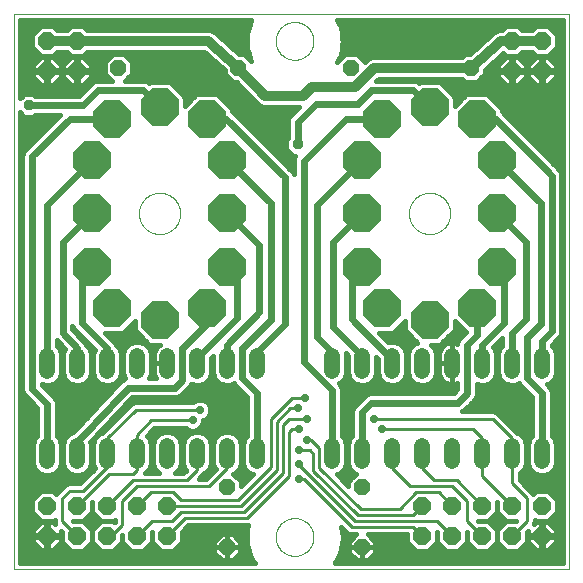
<source format=gtl>
G75*
%MOIN*%
%OFA0B0*%
%FSLAX25Y25*%
%IPPOS*%
%LPD*%
%AMOC8*
5,1,8,0,0,1.08239X$1,22.5*
%
%ADD10C,0.00000*%
%ADD11OC8,0.12661*%
%ADD12OC8,0.05200*%
%ADD13C,0.05200*%
%ADD14OC8,0.06000*%
%ADD15C,0.01600*%
%ADD16C,0.03200*%
%ADD17C,0.02400*%
%ADD18C,0.02800*%
%ADD19C,0.01000*%
%ADD20OC8,0.03562*%
D10*
X0005737Y0005737D02*
X0005737Y0190776D01*
X0190776Y0190776D01*
X0190776Y0005737D01*
X0005737Y0005737D01*
X0093001Y0016446D02*
X0093003Y0016604D01*
X0093009Y0016762D01*
X0093019Y0016920D01*
X0093033Y0017078D01*
X0093051Y0017235D01*
X0093072Y0017392D01*
X0093098Y0017548D01*
X0093128Y0017704D01*
X0093161Y0017859D01*
X0093199Y0018012D01*
X0093240Y0018165D01*
X0093285Y0018317D01*
X0093334Y0018468D01*
X0093387Y0018617D01*
X0093443Y0018765D01*
X0093503Y0018911D01*
X0093567Y0019056D01*
X0093635Y0019199D01*
X0093706Y0019341D01*
X0093780Y0019481D01*
X0093858Y0019618D01*
X0093940Y0019754D01*
X0094024Y0019888D01*
X0094113Y0020019D01*
X0094204Y0020148D01*
X0094299Y0020275D01*
X0094396Y0020400D01*
X0094497Y0020522D01*
X0094601Y0020641D01*
X0094708Y0020758D01*
X0094818Y0020872D01*
X0094931Y0020983D01*
X0095046Y0021092D01*
X0095164Y0021197D01*
X0095285Y0021299D01*
X0095408Y0021399D01*
X0095534Y0021495D01*
X0095662Y0021588D01*
X0095792Y0021678D01*
X0095925Y0021764D01*
X0096060Y0021848D01*
X0096196Y0021927D01*
X0096335Y0022004D01*
X0096476Y0022076D01*
X0096618Y0022146D01*
X0096762Y0022211D01*
X0096908Y0022273D01*
X0097055Y0022331D01*
X0097204Y0022386D01*
X0097354Y0022437D01*
X0097505Y0022484D01*
X0097657Y0022527D01*
X0097810Y0022566D01*
X0097965Y0022602D01*
X0098120Y0022633D01*
X0098276Y0022661D01*
X0098432Y0022685D01*
X0098589Y0022705D01*
X0098747Y0022721D01*
X0098904Y0022733D01*
X0099063Y0022741D01*
X0099221Y0022745D01*
X0099379Y0022745D01*
X0099537Y0022741D01*
X0099696Y0022733D01*
X0099853Y0022721D01*
X0100011Y0022705D01*
X0100168Y0022685D01*
X0100324Y0022661D01*
X0100480Y0022633D01*
X0100635Y0022602D01*
X0100790Y0022566D01*
X0100943Y0022527D01*
X0101095Y0022484D01*
X0101246Y0022437D01*
X0101396Y0022386D01*
X0101545Y0022331D01*
X0101692Y0022273D01*
X0101838Y0022211D01*
X0101982Y0022146D01*
X0102124Y0022076D01*
X0102265Y0022004D01*
X0102404Y0021927D01*
X0102540Y0021848D01*
X0102675Y0021764D01*
X0102808Y0021678D01*
X0102938Y0021588D01*
X0103066Y0021495D01*
X0103192Y0021399D01*
X0103315Y0021299D01*
X0103436Y0021197D01*
X0103554Y0021092D01*
X0103669Y0020983D01*
X0103782Y0020872D01*
X0103892Y0020758D01*
X0103999Y0020641D01*
X0104103Y0020522D01*
X0104204Y0020400D01*
X0104301Y0020275D01*
X0104396Y0020148D01*
X0104487Y0020019D01*
X0104576Y0019888D01*
X0104660Y0019754D01*
X0104742Y0019618D01*
X0104820Y0019481D01*
X0104894Y0019341D01*
X0104965Y0019199D01*
X0105033Y0019056D01*
X0105097Y0018911D01*
X0105157Y0018765D01*
X0105213Y0018617D01*
X0105266Y0018468D01*
X0105315Y0018317D01*
X0105360Y0018165D01*
X0105401Y0018012D01*
X0105439Y0017859D01*
X0105472Y0017704D01*
X0105502Y0017548D01*
X0105528Y0017392D01*
X0105549Y0017235D01*
X0105567Y0017078D01*
X0105581Y0016920D01*
X0105591Y0016762D01*
X0105597Y0016604D01*
X0105599Y0016446D01*
X0105597Y0016288D01*
X0105591Y0016130D01*
X0105581Y0015972D01*
X0105567Y0015814D01*
X0105549Y0015657D01*
X0105528Y0015500D01*
X0105502Y0015344D01*
X0105472Y0015188D01*
X0105439Y0015033D01*
X0105401Y0014880D01*
X0105360Y0014727D01*
X0105315Y0014575D01*
X0105266Y0014424D01*
X0105213Y0014275D01*
X0105157Y0014127D01*
X0105097Y0013981D01*
X0105033Y0013836D01*
X0104965Y0013693D01*
X0104894Y0013551D01*
X0104820Y0013411D01*
X0104742Y0013274D01*
X0104660Y0013138D01*
X0104576Y0013004D01*
X0104487Y0012873D01*
X0104396Y0012744D01*
X0104301Y0012617D01*
X0104204Y0012492D01*
X0104103Y0012370D01*
X0103999Y0012251D01*
X0103892Y0012134D01*
X0103782Y0012020D01*
X0103669Y0011909D01*
X0103554Y0011800D01*
X0103436Y0011695D01*
X0103315Y0011593D01*
X0103192Y0011493D01*
X0103066Y0011397D01*
X0102938Y0011304D01*
X0102808Y0011214D01*
X0102675Y0011128D01*
X0102540Y0011044D01*
X0102404Y0010965D01*
X0102265Y0010888D01*
X0102124Y0010816D01*
X0101982Y0010746D01*
X0101838Y0010681D01*
X0101692Y0010619D01*
X0101545Y0010561D01*
X0101396Y0010506D01*
X0101246Y0010455D01*
X0101095Y0010408D01*
X0100943Y0010365D01*
X0100790Y0010326D01*
X0100635Y0010290D01*
X0100480Y0010259D01*
X0100324Y0010231D01*
X0100168Y0010207D01*
X0100011Y0010187D01*
X0099853Y0010171D01*
X0099696Y0010159D01*
X0099537Y0010151D01*
X0099379Y0010147D01*
X0099221Y0010147D01*
X0099063Y0010151D01*
X0098904Y0010159D01*
X0098747Y0010171D01*
X0098589Y0010187D01*
X0098432Y0010207D01*
X0098276Y0010231D01*
X0098120Y0010259D01*
X0097965Y0010290D01*
X0097810Y0010326D01*
X0097657Y0010365D01*
X0097505Y0010408D01*
X0097354Y0010455D01*
X0097204Y0010506D01*
X0097055Y0010561D01*
X0096908Y0010619D01*
X0096762Y0010681D01*
X0096618Y0010746D01*
X0096476Y0010816D01*
X0096335Y0010888D01*
X0096196Y0010965D01*
X0096060Y0011044D01*
X0095925Y0011128D01*
X0095792Y0011214D01*
X0095662Y0011304D01*
X0095534Y0011397D01*
X0095408Y0011493D01*
X0095285Y0011593D01*
X0095164Y0011695D01*
X0095046Y0011800D01*
X0094931Y0011909D01*
X0094818Y0012020D01*
X0094708Y0012134D01*
X0094601Y0012251D01*
X0094497Y0012370D01*
X0094396Y0012492D01*
X0094299Y0012617D01*
X0094204Y0012744D01*
X0094113Y0012873D01*
X0094024Y0013004D01*
X0093940Y0013138D01*
X0093858Y0013274D01*
X0093780Y0013411D01*
X0093706Y0013551D01*
X0093635Y0013693D01*
X0093567Y0013836D01*
X0093503Y0013981D01*
X0093443Y0014127D01*
X0093387Y0014275D01*
X0093334Y0014424D01*
X0093285Y0014575D01*
X0093240Y0014727D01*
X0093199Y0014880D01*
X0093161Y0015033D01*
X0093128Y0015188D01*
X0093098Y0015344D01*
X0093072Y0015500D01*
X0093051Y0015657D01*
X0093033Y0015814D01*
X0093019Y0015972D01*
X0093009Y0016130D01*
X0093003Y0016288D01*
X0093001Y0016446D01*
X0047410Y0124300D02*
X0047412Y0124469D01*
X0047418Y0124638D01*
X0047429Y0124807D01*
X0047443Y0124975D01*
X0047462Y0125143D01*
X0047485Y0125311D01*
X0047511Y0125478D01*
X0047542Y0125644D01*
X0047577Y0125810D01*
X0047616Y0125974D01*
X0047660Y0126138D01*
X0047707Y0126300D01*
X0047758Y0126461D01*
X0047813Y0126621D01*
X0047872Y0126780D01*
X0047934Y0126937D01*
X0048001Y0127092D01*
X0048072Y0127246D01*
X0048146Y0127398D01*
X0048224Y0127548D01*
X0048305Y0127696D01*
X0048390Y0127842D01*
X0048479Y0127986D01*
X0048571Y0128128D01*
X0048667Y0128267D01*
X0048766Y0128404D01*
X0048868Y0128539D01*
X0048974Y0128671D01*
X0049083Y0128800D01*
X0049195Y0128927D01*
X0049310Y0129051D01*
X0049428Y0129172D01*
X0049549Y0129290D01*
X0049673Y0129405D01*
X0049800Y0129517D01*
X0049929Y0129626D01*
X0050061Y0129732D01*
X0050196Y0129834D01*
X0050333Y0129933D01*
X0050472Y0130029D01*
X0050614Y0130121D01*
X0050758Y0130210D01*
X0050904Y0130295D01*
X0051052Y0130376D01*
X0051202Y0130454D01*
X0051354Y0130528D01*
X0051508Y0130599D01*
X0051663Y0130666D01*
X0051820Y0130728D01*
X0051979Y0130787D01*
X0052139Y0130842D01*
X0052300Y0130893D01*
X0052462Y0130940D01*
X0052626Y0130984D01*
X0052790Y0131023D01*
X0052956Y0131058D01*
X0053122Y0131089D01*
X0053289Y0131115D01*
X0053457Y0131138D01*
X0053625Y0131157D01*
X0053793Y0131171D01*
X0053962Y0131182D01*
X0054131Y0131188D01*
X0054300Y0131190D01*
X0054469Y0131188D01*
X0054638Y0131182D01*
X0054807Y0131171D01*
X0054975Y0131157D01*
X0055143Y0131138D01*
X0055311Y0131115D01*
X0055478Y0131089D01*
X0055644Y0131058D01*
X0055810Y0131023D01*
X0055974Y0130984D01*
X0056138Y0130940D01*
X0056300Y0130893D01*
X0056461Y0130842D01*
X0056621Y0130787D01*
X0056780Y0130728D01*
X0056937Y0130666D01*
X0057092Y0130599D01*
X0057246Y0130528D01*
X0057398Y0130454D01*
X0057548Y0130376D01*
X0057696Y0130295D01*
X0057842Y0130210D01*
X0057986Y0130121D01*
X0058128Y0130029D01*
X0058267Y0129933D01*
X0058404Y0129834D01*
X0058539Y0129732D01*
X0058671Y0129626D01*
X0058800Y0129517D01*
X0058927Y0129405D01*
X0059051Y0129290D01*
X0059172Y0129172D01*
X0059290Y0129051D01*
X0059405Y0128927D01*
X0059517Y0128800D01*
X0059626Y0128671D01*
X0059732Y0128539D01*
X0059834Y0128404D01*
X0059933Y0128267D01*
X0060029Y0128128D01*
X0060121Y0127986D01*
X0060210Y0127842D01*
X0060295Y0127696D01*
X0060376Y0127548D01*
X0060454Y0127398D01*
X0060528Y0127246D01*
X0060599Y0127092D01*
X0060666Y0126937D01*
X0060728Y0126780D01*
X0060787Y0126621D01*
X0060842Y0126461D01*
X0060893Y0126300D01*
X0060940Y0126138D01*
X0060984Y0125974D01*
X0061023Y0125810D01*
X0061058Y0125644D01*
X0061089Y0125478D01*
X0061115Y0125311D01*
X0061138Y0125143D01*
X0061157Y0124975D01*
X0061171Y0124807D01*
X0061182Y0124638D01*
X0061188Y0124469D01*
X0061190Y0124300D01*
X0061188Y0124131D01*
X0061182Y0123962D01*
X0061171Y0123793D01*
X0061157Y0123625D01*
X0061138Y0123457D01*
X0061115Y0123289D01*
X0061089Y0123122D01*
X0061058Y0122956D01*
X0061023Y0122790D01*
X0060984Y0122626D01*
X0060940Y0122462D01*
X0060893Y0122300D01*
X0060842Y0122139D01*
X0060787Y0121979D01*
X0060728Y0121820D01*
X0060666Y0121663D01*
X0060599Y0121508D01*
X0060528Y0121354D01*
X0060454Y0121202D01*
X0060376Y0121052D01*
X0060295Y0120904D01*
X0060210Y0120758D01*
X0060121Y0120614D01*
X0060029Y0120472D01*
X0059933Y0120333D01*
X0059834Y0120196D01*
X0059732Y0120061D01*
X0059626Y0119929D01*
X0059517Y0119800D01*
X0059405Y0119673D01*
X0059290Y0119549D01*
X0059172Y0119428D01*
X0059051Y0119310D01*
X0058927Y0119195D01*
X0058800Y0119083D01*
X0058671Y0118974D01*
X0058539Y0118868D01*
X0058404Y0118766D01*
X0058267Y0118667D01*
X0058128Y0118571D01*
X0057986Y0118479D01*
X0057842Y0118390D01*
X0057696Y0118305D01*
X0057548Y0118224D01*
X0057398Y0118146D01*
X0057246Y0118072D01*
X0057092Y0118001D01*
X0056937Y0117934D01*
X0056780Y0117872D01*
X0056621Y0117813D01*
X0056461Y0117758D01*
X0056300Y0117707D01*
X0056138Y0117660D01*
X0055974Y0117616D01*
X0055810Y0117577D01*
X0055644Y0117542D01*
X0055478Y0117511D01*
X0055311Y0117485D01*
X0055143Y0117462D01*
X0054975Y0117443D01*
X0054807Y0117429D01*
X0054638Y0117418D01*
X0054469Y0117412D01*
X0054300Y0117410D01*
X0054131Y0117412D01*
X0053962Y0117418D01*
X0053793Y0117429D01*
X0053625Y0117443D01*
X0053457Y0117462D01*
X0053289Y0117485D01*
X0053122Y0117511D01*
X0052956Y0117542D01*
X0052790Y0117577D01*
X0052626Y0117616D01*
X0052462Y0117660D01*
X0052300Y0117707D01*
X0052139Y0117758D01*
X0051979Y0117813D01*
X0051820Y0117872D01*
X0051663Y0117934D01*
X0051508Y0118001D01*
X0051354Y0118072D01*
X0051202Y0118146D01*
X0051052Y0118224D01*
X0050904Y0118305D01*
X0050758Y0118390D01*
X0050614Y0118479D01*
X0050472Y0118571D01*
X0050333Y0118667D01*
X0050196Y0118766D01*
X0050061Y0118868D01*
X0049929Y0118974D01*
X0049800Y0119083D01*
X0049673Y0119195D01*
X0049549Y0119310D01*
X0049428Y0119428D01*
X0049310Y0119549D01*
X0049195Y0119673D01*
X0049083Y0119800D01*
X0048974Y0119929D01*
X0048868Y0120061D01*
X0048766Y0120196D01*
X0048667Y0120333D01*
X0048571Y0120472D01*
X0048479Y0120614D01*
X0048390Y0120758D01*
X0048305Y0120904D01*
X0048224Y0121052D01*
X0048146Y0121202D01*
X0048072Y0121354D01*
X0048001Y0121508D01*
X0047934Y0121663D01*
X0047872Y0121820D01*
X0047813Y0121979D01*
X0047758Y0122139D01*
X0047707Y0122300D01*
X0047660Y0122462D01*
X0047616Y0122626D01*
X0047577Y0122790D01*
X0047542Y0122956D01*
X0047511Y0123122D01*
X0047485Y0123289D01*
X0047462Y0123457D01*
X0047443Y0123625D01*
X0047429Y0123793D01*
X0047418Y0123962D01*
X0047412Y0124131D01*
X0047410Y0124300D01*
X0093001Y0181800D02*
X0093003Y0181958D01*
X0093009Y0182116D01*
X0093019Y0182274D01*
X0093033Y0182432D01*
X0093051Y0182589D01*
X0093072Y0182746D01*
X0093098Y0182902D01*
X0093128Y0183058D01*
X0093161Y0183213D01*
X0093199Y0183366D01*
X0093240Y0183519D01*
X0093285Y0183671D01*
X0093334Y0183822D01*
X0093387Y0183971D01*
X0093443Y0184119D01*
X0093503Y0184265D01*
X0093567Y0184410D01*
X0093635Y0184553D01*
X0093706Y0184695D01*
X0093780Y0184835D01*
X0093858Y0184972D01*
X0093940Y0185108D01*
X0094024Y0185242D01*
X0094113Y0185373D01*
X0094204Y0185502D01*
X0094299Y0185629D01*
X0094396Y0185754D01*
X0094497Y0185876D01*
X0094601Y0185995D01*
X0094708Y0186112D01*
X0094818Y0186226D01*
X0094931Y0186337D01*
X0095046Y0186446D01*
X0095164Y0186551D01*
X0095285Y0186653D01*
X0095408Y0186753D01*
X0095534Y0186849D01*
X0095662Y0186942D01*
X0095792Y0187032D01*
X0095925Y0187118D01*
X0096060Y0187202D01*
X0096196Y0187281D01*
X0096335Y0187358D01*
X0096476Y0187430D01*
X0096618Y0187500D01*
X0096762Y0187565D01*
X0096908Y0187627D01*
X0097055Y0187685D01*
X0097204Y0187740D01*
X0097354Y0187791D01*
X0097505Y0187838D01*
X0097657Y0187881D01*
X0097810Y0187920D01*
X0097965Y0187956D01*
X0098120Y0187987D01*
X0098276Y0188015D01*
X0098432Y0188039D01*
X0098589Y0188059D01*
X0098747Y0188075D01*
X0098904Y0188087D01*
X0099063Y0188095D01*
X0099221Y0188099D01*
X0099379Y0188099D01*
X0099537Y0188095D01*
X0099696Y0188087D01*
X0099853Y0188075D01*
X0100011Y0188059D01*
X0100168Y0188039D01*
X0100324Y0188015D01*
X0100480Y0187987D01*
X0100635Y0187956D01*
X0100790Y0187920D01*
X0100943Y0187881D01*
X0101095Y0187838D01*
X0101246Y0187791D01*
X0101396Y0187740D01*
X0101545Y0187685D01*
X0101692Y0187627D01*
X0101838Y0187565D01*
X0101982Y0187500D01*
X0102124Y0187430D01*
X0102265Y0187358D01*
X0102404Y0187281D01*
X0102540Y0187202D01*
X0102675Y0187118D01*
X0102808Y0187032D01*
X0102938Y0186942D01*
X0103066Y0186849D01*
X0103192Y0186753D01*
X0103315Y0186653D01*
X0103436Y0186551D01*
X0103554Y0186446D01*
X0103669Y0186337D01*
X0103782Y0186226D01*
X0103892Y0186112D01*
X0103999Y0185995D01*
X0104103Y0185876D01*
X0104204Y0185754D01*
X0104301Y0185629D01*
X0104396Y0185502D01*
X0104487Y0185373D01*
X0104576Y0185242D01*
X0104660Y0185108D01*
X0104742Y0184972D01*
X0104820Y0184835D01*
X0104894Y0184695D01*
X0104965Y0184553D01*
X0105033Y0184410D01*
X0105097Y0184265D01*
X0105157Y0184119D01*
X0105213Y0183971D01*
X0105266Y0183822D01*
X0105315Y0183671D01*
X0105360Y0183519D01*
X0105401Y0183366D01*
X0105439Y0183213D01*
X0105472Y0183058D01*
X0105502Y0182902D01*
X0105528Y0182746D01*
X0105549Y0182589D01*
X0105567Y0182432D01*
X0105581Y0182274D01*
X0105591Y0182116D01*
X0105597Y0181958D01*
X0105599Y0181800D01*
X0105597Y0181642D01*
X0105591Y0181484D01*
X0105581Y0181326D01*
X0105567Y0181168D01*
X0105549Y0181011D01*
X0105528Y0180854D01*
X0105502Y0180698D01*
X0105472Y0180542D01*
X0105439Y0180387D01*
X0105401Y0180234D01*
X0105360Y0180081D01*
X0105315Y0179929D01*
X0105266Y0179778D01*
X0105213Y0179629D01*
X0105157Y0179481D01*
X0105097Y0179335D01*
X0105033Y0179190D01*
X0104965Y0179047D01*
X0104894Y0178905D01*
X0104820Y0178765D01*
X0104742Y0178628D01*
X0104660Y0178492D01*
X0104576Y0178358D01*
X0104487Y0178227D01*
X0104396Y0178098D01*
X0104301Y0177971D01*
X0104204Y0177846D01*
X0104103Y0177724D01*
X0103999Y0177605D01*
X0103892Y0177488D01*
X0103782Y0177374D01*
X0103669Y0177263D01*
X0103554Y0177154D01*
X0103436Y0177049D01*
X0103315Y0176947D01*
X0103192Y0176847D01*
X0103066Y0176751D01*
X0102938Y0176658D01*
X0102808Y0176568D01*
X0102675Y0176482D01*
X0102540Y0176398D01*
X0102404Y0176319D01*
X0102265Y0176242D01*
X0102124Y0176170D01*
X0101982Y0176100D01*
X0101838Y0176035D01*
X0101692Y0175973D01*
X0101545Y0175915D01*
X0101396Y0175860D01*
X0101246Y0175809D01*
X0101095Y0175762D01*
X0100943Y0175719D01*
X0100790Y0175680D01*
X0100635Y0175644D01*
X0100480Y0175613D01*
X0100324Y0175585D01*
X0100168Y0175561D01*
X0100011Y0175541D01*
X0099853Y0175525D01*
X0099696Y0175513D01*
X0099537Y0175505D01*
X0099379Y0175501D01*
X0099221Y0175501D01*
X0099063Y0175505D01*
X0098904Y0175513D01*
X0098747Y0175525D01*
X0098589Y0175541D01*
X0098432Y0175561D01*
X0098276Y0175585D01*
X0098120Y0175613D01*
X0097965Y0175644D01*
X0097810Y0175680D01*
X0097657Y0175719D01*
X0097505Y0175762D01*
X0097354Y0175809D01*
X0097204Y0175860D01*
X0097055Y0175915D01*
X0096908Y0175973D01*
X0096762Y0176035D01*
X0096618Y0176100D01*
X0096476Y0176170D01*
X0096335Y0176242D01*
X0096196Y0176319D01*
X0096060Y0176398D01*
X0095925Y0176482D01*
X0095792Y0176568D01*
X0095662Y0176658D01*
X0095534Y0176751D01*
X0095408Y0176847D01*
X0095285Y0176947D01*
X0095164Y0177049D01*
X0095046Y0177154D01*
X0094931Y0177263D01*
X0094818Y0177374D01*
X0094708Y0177488D01*
X0094601Y0177605D01*
X0094497Y0177724D01*
X0094396Y0177846D01*
X0094299Y0177971D01*
X0094204Y0178098D01*
X0094113Y0178227D01*
X0094024Y0178358D01*
X0093940Y0178492D01*
X0093858Y0178628D01*
X0093780Y0178765D01*
X0093706Y0178905D01*
X0093635Y0179047D01*
X0093567Y0179190D01*
X0093503Y0179335D01*
X0093443Y0179481D01*
X0093387Y0179629D01*
X0093334Y0179778D01*
X0093285Y0179929D01*
X0093240Y0180081D01*
X0093199Y0180234D01*
X0093161Y0180387D01*
X0093128Y0180542D01*
X0093098Y0180698D01*
X0093072Y0180854D01*
X0093051Y0181011D01*
X0093033Y0181168D01*
X0093019Y0181326D01*
X0093009Y0181484D01*
X0093003Y0181642D01*
X0093001Y0181800D01*
X0137410Y0124300D02*
X0137412Y0124469D01*
X0137418Y0124638D01*
X0137429Y0124807D01*
X0137443Y0124975D01*
X0137462Y0125143D01*
X0137485Y0125311D01*
X0137511Y0125478D01*
X0137542Y0125644D01*
X0137577Y0125810D01*
X0137616Y0125974D01*
X0137660Y0126138D01*
X0137707Y0126300D01*
X0137758Y0126461D01*
X0137813Y0126621D01*
X0137872Y0126780D01*
X0137934Y0126937D01*
X0138001Y0127092D01*
X0138072Y0127246D01*
X0138146Y0127398D01*
X0138224Y0127548D01*
X0138305Y0127696D01*
X0138390Y0127842D01*
X0138479Y0127986D01*
X0138571Y0128128D01*
X0138667Y0128267D01*
X0138766Y0128404D01*
X0138868Y0128539D01*
X0138974Y0128671D01*
X0139083Y0128800D01*
X0139195Y0128927D01*
X0139310Y0129051D01*
X0139428Y0129172D01*
X0139549Y0129290D01*
X0139673Y0129405D01*
X0139800Y0129517D01*
X0139929Y0129626D01*
X0140061Y0129732D01*
X0140196Y0129834D01*
X0140333Y0129933D01*
X0140472Y0130029D01*
X0140614Y0130121D01*
X0140758Y0130210D01*
X0140904Y0130295D01*
X0141052Y0130376D01*
X0141202Y0130454D01*
X0141354Y0130528D01*
X0141508Y0130599D01*
X0141663Y0130666D01*
X0141820Y0130728D01*
X0141979Y0130787D01*
X0142139Y0130842D01*
X0142300Y0130893D01*
X0142462Y0130940D01*
X0142626Y0130984D01*
X0142790Y0131023D01*
X0142956Y0131058D01*
X0143122Y0131089D01*
X0143289Y0131115D01*
X0143457Y0131138D01*
X0143625Y0131157D01*
X0143793Y0131171D01*
X0143962Y0131182D01*
X0144131Y0131188D01*
X0144300Y0131190D01*
X0144469Y0131188D01*
X0144638Y0131182D01*
X0144807Y0131171D01*
X0144975Y0131157D01*
X0145143Y0131138D01*
X0145311Y0131115D01*
X0145478Y0131089D01*
X0145644Y0131058D01*
X0145810Y0131023D01*
X0145974Y0130984D01*
X0146138Y0130940D01*
X0146300Y0130893D01*
X0146461Y0130842D01*
X0146621Y0130787D01*
X0146780Y0130728D01*
X0146937Y0130666D01*
X0147092Y0130599D01*
X0147246Y0130528D01*
X0147398Y0130454D01*
X0147548Y0130376D01*
X0147696Y0130295D01*
X0147842Y0130210D01*
X0147986Y0130121D01*
X0148128Y0130029D01*
X0148267Y0129933D01*
X0148404Y0129834D01*
X0148539Y0129732D01*
X0148671Y0129626D01*
X0148800Y0129517D01*
X0148927Y0129405D01*
X0149051Y0129290D01*
X0149172Y0129172D01*
X0149290Y0129051D01*
X0149405Y0128927D01*
X0149517Y0128800D01*
X0149626Y0128671D01*
X0149732Y0128539D01*
X0149834Y0128404D01*
X0149933Y0128267D01*
X0150029Y0128128D01*
X0150121Y0127986D01*
X0150210Y0127842D01*
X0150295Y0127696D01*
X0150376Y0127548D01*
X0150454Y0127398D01*
X0150528Y0127246D01*
X0150599Y0127092D01*
X0150666Y0126937D01*
X0150728Y0126780D01*
X0150787Y0126621D01*
X0150842Y0126461D01*
X0150893Y0126300D01*
X0150940Y0126138D01*
X0150984Y0125974D01*
X0151023Y0125810D01*
X0151058Y0125644D01*
X0151089Y0125478D01*
X0151115Y0125311D01*
X0151138Y0125143D01*
X0151157Y0124975D01*
X0151171Y0124807D01*
X0151182Y0124638D01*
X0151188Y0124469D01*
X0151190Y0124300D01*
X0151188Y0124131D01*
X0151182Y0123962D01*
X0151171Y0123793D01*
X0151157Y0123625D01*
X0151138Y0123457D01*
X0151115Y0123289D01*
X0151089Y0123122D01*
X0151058Y0122956D01*
X0151023Y0122790D01*
X0150984Y0122626D01*
X0150940Y0122462D01*
X0150893Y0122300D01*
X0150842Y0122139D01*
X0150787Y0121979D01*
X0150728Y0121820D01*
X0150666Y0121663D01*
X0150599Y0121508D01*
X0150528Y0121354D01*
X0150454Y0121202D01*
X0150376Y0121052D01*
X0150295Y0120904D01*
X0150210Y0120758D01*
X0150121Y0120614D01*
X0150029Y0120472D01*
X0149933Y0120333D01*
X0149834Y0120196D01*
X0149732Y0120061D01*
X0149626Y0119929D01*
X0149517Y0119800D01*
X0149405Y0119673D01*
X0149290Y0119549D01*
X0149172Y0119428D01*
X0149051Y0119310D01*
X0148927Y0119195D01*
X0148800Y0119083D01*
X0148671Y0118974D01*
X0148539Y0118868D01*
X0148404Y0118766D01*
X0148267Y0118667D01*
X0148128Y0118571D01*
X0147986Y0118479D01*
X0147842Y0118390D01*
X0147696Y0118305D01*
X0147548Y0118224D01*
X0147398Y0118146D01*
X0147246Y0118072D01*
X0147092Y0118001D01*
X0146937Y0117934D01*
X0146780Y0117872D01*
X0146621Y0117813D01*
X0146461Y0117758D01*
X0146300Y0117707D01*
X0146138Y0117660D01*
X0145974Y0117616D01*
X0145810Y0117577D01*
X0145644Y0117542D01*
X0145478Y0117511D01*
X0145311Y0117485D01*
X0145143Y0117462D01*
X0144975Y0117443D01*
X0144807Y0117429D01*
X0144638Y0117418D01*
X0144469Y0117412D01*
X0144300Y0117410D01*
X0144131Y0117412D01*
X0143962Y0117418D01*
X0143793Y0117429D01*
X0143625Y0117443D01*
X0143457Y0117462D01*
X0143289Y0117485D01*
X0143122Y0117511D01*
X0142956Y0117542D01*
X0142790Y0117577D01*
X0142626Y0117616D01*
X0142462Y0117660D01*
X0142300Y0117707D01*
X0142139Y0117758D01*
X0141979Y0117813D01*
X0141820Y0117872D01*
X0141663Y0117934D01*
X0141508Y0118001D01*
X0141354Y0118072D01*
X0141202Y0118146D01*
X0141052Y0118224D01*
X0140904Y0118305D01*
X0140758Y0118390D01*
X0140614Y0118479D01*
X0140472Y0118571D01*
X0140333Y0118667D01*
X0140196Y0118766D01*
X0140061Y0118868D01*
X0139929Y0118974D01*
X0139800Y0119083D01*
X0139673Y0119195D01*
X0139549Y0119310D01*
X0139428Y0119428D01*
X0139310Y0119549D01*
X0139195Y0119673D01*
X0139083Y0119800D01*
X0138974Y0119929D01*
X0138868Y0120061D01*
X0138766Y0120196D01*
X0138667Y0120333D01*
X0138571Y0120472D01*
X0138479Y0120614D01*
X0138390Y0120758D01*
X0138305Y0120904D01*
X0138224Y0121052D01*
X0138146Y0121202D01*
X0138072Y0121354D01*
X0138001Y0121508D01*
X0137934Y0121663D01*
X0137872Y0121820D01*
X0137813Y0121979D01*
X0137758Y0122139D01*
X0137707Y0122300D01*
X0137660Y0122462D01*
X0137616Y0122626D01*
X0137577Y0122790D01*
X0137542Y0122956D01*
X0137511Y0123122D01*
X0137485Y0123289D01*
X0137462Y0123457D01*
X0137443Y0123625D01*
X0137429Y0123793D01*
X0137418Y0123962D01*
X0137412Y0124131D01*
X0137410Y0124300D01*
D11*
X0121662Y0124300D03*
X0121662Y0106583D03*
X0128552Y0092804D03*
X0144300Y0088867D03*
X0160048Y0092804D03*
X0166938Y0106583D03*
X0166938Y0124300D03*
X0166938Y0142017D03*
X0160048Y0155796D03*
X0144300Y0159733D03*
X0128552Y0155796D03*
X0121662Y0142017D03*
X0076938Y0142017D03*
X0070048Y0155796D03*
X0054300Y0159733D03*
X0038552Y0155796D03*
X0031662Y0142017D03*
X0031662Y0124300D03*
X0031662Y0106583D03*
X0038552Y0092804D03*
X0054300Y0088867D03*
X0070048Y0092804D03*
X0076938Y0106583D03*
X0076938Y0124300D03*
D12*
X0080550Y0172800D03*
X0118050Y0172800D03*
X0158050Y0172800D03*
X0040550Y0172800D03*
X0076800Y0033050D03*
X0076800Y0013050D03*
X0121800Y0013050D03*
X0121800Y0033050D03*
D13*
X0121800Y0041700D02*
X0121800Y0046900D01*
X0111800Y0046900D02*
X0111800Y0041700D01*
X0131800Y0041700D02*
X0131800Y0046900D01*
X0141800Y0046900D02*
X0141800Y0041700D01*
X0151800Y0041700D02*
X0151800Y0046900D01*
X0161800Y0046900D02*
X0161800Y0041700D01*
X0171800Y0041700D02*
X0171800Y0046900D01*
X0181800Y0046900D02*
X0181800Y0041700D01*
X0181800Y0071700D02*
X0181800Y0076900D01*
X0171800Y0076900D02*
X0171800Y0071700D01*
X0161800Y0071700D02*
X0161800Y0076900D01*
X0151800Y0076900D02*
X0151800Y0071700D01*
X0141800Y0071700D02*
X0141800Y0076900D01*
X0131800Y0076900D02*
X0131800Y0071700D01*
X0121800Y0071700D02*
X0121800Y0076900D01*
X0111800Y0076900D02*
X0111800Y0071700D01*
X0086800Y0071700D02*
X0086800Y0076900D01*
X0076800Y0076900D02*
X0076800Y0071700D01*
X0066800Y0071700D02*
X0066800Y0076900D01*
X0056800Y0076900D02*
X0056800Y0071700D01*
X0046800Y0071700D02*
X0046800Y0076900D01*
X0036800Y0076900D02*
X0036800Y0071700D01*
X0026800Y0071700D02*
X0026800Y0076900D01*
X0016800Y0076900D02*
X0016800Y0071700D01*
X0016800Y0046900D02*
X0016800Y0041700D01*
X0026800Y0041700D02*
X0026800Y0046900D01*
X0036800Y0046900D02*
X0036800Y0041700D01*
X0046800Y0041700D02*
X0046800Y0046900D01*
X0056800Y0046900D02*
X0056800Y0041700D01*
X0066800Y0041700D02*
X0066800Y0046900D01*
X0076800Y0046900D02*
X0076800Y0041700D01*
X0086800Y0041700D02*
X0086800Y0046900D01*
D14*
X0056800Y0026800D03*
X0056800Y0016800D03*
X0046800Y0016800D03*
X0046800Y0026800D03*
X0036800Y0026800D03*
X0036800Y0016800D03*
X0026800Y0016800D03*
X0026800Y0026800D03*
X0016800Y0026800D03*
X0016800Y0016800D03*
X0141800Y0016800D03*
X0141800Y0026800D03*
X0151800Y0026800D03*
X0151800Y0016800D03*
X0161800Y0016800D03*
X0161800Y0026800D03*
X0171800Y0026800D03*
X0171800Y0016800D03*
X0181800Y0016800D03*
X0181800Y0026800D03*
X0181800Y0171800D03*
X0181800Y0181800D03*
X0171800Y0181800D03*
X0171800Y0171800D03*
X0026800Y0171800D03*
X0026800Y0181800D03*
X0016800Y0181800D03*
X0016800Y0171800D03*
D15*
X0017000Y0172000D02*
X0021600Y0172000D01*
X0021600Y0173788D01*
X0018788Y0176600D01*
X0017000Y0176600D01*
X0017000Y0172000D01*
X0017000Y0171600D01*
X0021600Y0171600D01*
X0021600Y0169812D01*
X0018788Y0167000D01*
X0017000Y0167000D01*
X0017000Y0171600D01*
X0016600Y0171600D01*
X0016600Y0167000D01*
X0014812Y0167000D01*
X0012000Y0169812D01*
X0012000Y0171600D01*
X0016600Y0171600D01*
X0016600Y0172000D01*
X0016600Y0176600D01*
X0014812Y0176600D01*
X0012000Y0173788D01*
X0012000Y0172000D01*
X0016600Y0172000D01*
X0017000Y0172000D01*
X0017000Y0171242D02*
X0016600Y0171242D01*
X0016600Y0169644D02*
X0017000Y0169644D01*
X0017000Y0168045D02*
X0016600Y0168045D01*
X0019833Y0168045D02*
X0023767Y0168045D01*
X0024812Y0167000D02*
X0022000Y0169812D01*
X0022000Y0171600D01*
X0026600Y0171600D01*
X0027000Y0171600D01*
X0027000Y0172000D01*
X0031600Y0172000D01*
X0031600Y0173788D01*
X0028788Y0176600D01*
X0027000Y0176600D01*
X0027000Y0172000D01*
X0026600Y0172000D01*
X0026600Y0176600D01*
X0024812Y0176600D01*
X0022000Y0173788D01*
X0022000Y0172000D01*
X0026600Y0172000D01*
X0026600Y0171600D01*
X0026600Y0167000D01*
X0024812Y0167000D01*
X0026600Y0168045D02*
X0027000Y0168045D01*
X0027000Y0167000D02*
X0028788Y0167000D01*
X0031600Y0169812D01*
X0031600Y0171600D01*
X0027000Y0171600D01*
X0027000Y0167000D01*
X0027000Y0169644D02*
X0026600Y0169644D01*
X0026600Y0171242D02*
X0027000Y0171242D01*
X0027000Y0172841D02*
X0026600Y0172841D01*
X0026600Y0174439D02*
X0027000Y0174439D01*
X0027000Y0176038D02*
X0026600Y0176038D01*
X0024729Y0176800D02*
X0028871Y0176800D01*
X0030271Y0178200D01*
X0069169Y0178200D01*
X0075950Y0172097D01*
X0075950Y0170895D01*
X0078645Y0168200D01*
X0079939Y0168200D01*
X0085727Y0162061D01*
X0085748Y0162011D01*
X0086217Y0161542D01*
X0086672Y0161059D01*
X0086722Y0161037D01*
X0087511Y0160248D01*
X0088834Y0159700D01*
X0100675Y0159700D01*
X0098487Y0157513D01*
X0097587Y0156613D01*
X0097100Y0155437D01*
X0097100Y0149447D01*
X0096519Y0148866D01*
X0096519Y0145734D01*
X0098734Y0143519D01*
X0099548Y0143519D01*
X0099100Y0142437D01*
X0099100Y0137299D01*
X0098763Y0138113D01*
X0079267Y0157609D01*
X0078379Y0158497D01*
X0078379Y0159247D01*
X0073499Y0164127D01*
X0066597Y0164127D01*
X0062631Y0160160D01*
X0062631Y0163184D01*
X0057751Y0168064D01*
X0050849Y0168064D01*
X0050672Y0167886D01*
X0050546Y0168013D01*
X0049370Y0168500D01*
X0042755Y0168500D01*
X0045150Y0170895D01*
X0045150Y0174705D01*
X0042455Y0177400D01*
X0038645Y0177400D01*
X0035950Y0174705D01*
X0035950Y0170895D01*
X0038345Y0168500D01*
X0033163Y0168500D01*
X0031987Y0168013D01*
X0031087Y0167113D01*
X0027475Y0163500D01*
X0012884Y0163500D01*
X0012303Y0164081D01*
X0009171Y0164081D01*
X0007737Y0162647D01*
X0007737Y0188776D01*
X0084831Y0188776D01*
X0083429Y0184231D01*
X0083429Y0179447D01*
X0084777Y0175078D01*
X0082455Y0177400D01*
X0080820Y0177400D01*
X0073029Y0184413D01*
X0072589Y0184852D01*
X0072499Y0184889D01*
X0072426Y0184955D01*
X0071840Y0185162D01*
X0071266Y0185400D01*
X0071168Y0185400D01*
X0071076Y0185433D01*
X0070455Y0185400D01*
X0030271Y0185400D01*
X0028871Y0186800D01*
X0024729Y0186800D01*
X0023329Y0185400D01*
X0020271Y0185400D01*
X0018871Y0186800D01*
X0014729Y0186800D01*
X0011800Y0183871D01*
X0011800Y0179729D01*
X0014729Y0176800D01*
X0018871Y0176800D01*
X0020271Y0178200D01*
X0023329Y0178200D01*
X0024729Y0176800D01*
X0024250Y0176038D02*
X0019350Y0176038D01*
X0019707Y0177636D02*
X0023893Y0177636D01*
X0022651Y0174439D02*
X0020949Y0174439D01*
X0021600Y0172841D02*
X0022000Y0172841D01*
X0022000Y0171242D02*
X0021600Y0171242D01*
X0021432Y0169644D02*
X0022168Y0169644D01*
X0017000Y0172841D02*
X0016600Y0172841D01*
X0016600Y0174439D02*
X0017000Y0174439D01*
X0017000Y0176038D02*
X0016600Y0176038D01*
X0014250Y0176038D02*
X0007737Y0176038D01*
X0007737Y0177636D02*
X0013893Y0177636D01*
X0012294Y0179235D02*
X0007737Y0179235D01*
X0007737Y0180833D02*
X0011800Y0180833D01*
X0011800Y0182432D02*
X0007737Y0182432D01*
X0007737Y0184030D02*
X0011959Y0184030D01*
X0013558Y0185629D02*
X0007737Y0185629D01*
X0007737Y0187227D02*
X0084353Y0187227D01*
X0083860Y0185629D02*
X0030042Y0185629D01*
X0023558Y0185629D02*
X0020042Y0185629D01*
X0029707Y0177636D02*
X0069795Y0177636D01*
X0071571Y0176038D02*
X0043818Y0176038D01*
X0045150Y0174439D02*
X0073347Y0174439D01*
X0075123Y0172841D02*
X0045150Y0172841D01*
X0045150Y0171242D02*
X0075950Y0171242D01*
X0077201Y0169644D02*
X0043899Y0169644D01*
X0050468Y0168045D02*
X0050831Y0168045D01*
X0057769Y0168045D02*
X0080085Y0168045D01*
X0081592Y0166447D02*
X0059368Y0166447D01*
X0060966Y0164848D02*
X0083100Y0164848D01*
X0084607Y0163250D02*
X0074376Y0163250D01*
X0075974Y0161651D02*
X0086108Y0161651D01*
X0087983Y0160053D02*
X0077573Y0160053D01*
X0078421Y0158454D02*
X0099429Y0158454D01*
X0097830Y0156856D02*
X0080020Y0156856D01*
X0081618Y0155257D02*
X0097100Y0155257D01*
X0097100Y0153659D02*
X0083217Y0153659D01*
X0084815Y0152060D02*
X0097100Y0152060D01*
X0097100Y0150462D02*
X0086414Y0150462D01*
X0088012Y0148863D02*
X0096519Y0148863D01*
X0096519Y0147265D02*
X0089611Y0147265D01*
X0091209Y0145666D02*
X0096587Y0145666D01*
X0098185Y0144068D02*
X0092808Y0144068D01*
X0094406Y0142469D02*
X0099113Y0142469D01*
X0099100Y0140870D02*
X0096005Y0140870D01*
X0097603Y0139272D02*
X0099100Y0139272D01*
X0099100Y0137673D02*
X0098945Y0137673D01*
X0126591Y0168500D02*
X0127291Y0169200D01*
X0155145Y0169200D01*
X0156145Y0168200D01*
X0159955Y0168200D01*
X0162650Y0170895D01*
X0162650Y0172097D01*
X0168851Y0177678D01*
X0169729Y0176800D01*
X0173871Y0176800D01*
X0175271Y0178200D01*
X0178329Y0178200D01*
X0179729Y0176800D01*
X0183871Y0176800D01*
X0186800Y0179729D01*
X0186800Y0183871D01*
X0183871Y0186800D01*
X0179729Y0186800D01*
X0178329Y0185400D01*
X0175271Y0185400D01*
X0173871Y0186800D01*
X0169729Y0186800D01*
X0168329Y0185400D01*
X0168145Y0185400D01*
X0167524Y0185433D01*
X0167432Y0185400D01*
X0167334Y0185400D01*
X0166760Y0185162D01*
X0166174Y0184955D01*
X0166101Y0184889D01*
X0166011Y0184852D01*
X0165571Y0184413D01*
X0157780Y0177400D01*
X0156145Y0177400D01*
X0155145Y0176400D01*
X0125084Y0176400D01*
X0123761Y0175852D01*
X0122632Y0174723D01*
X0119955Y0177400D01*
X0116145Y0177400D01*
X0113507Y0174762D01*
X0114637Y0177109D01*
X0115350Y0181839D01*
X0114637Y0186570D01*
X0113574Y0188776D01*
X0188776Y0188776D01*
X0188776Y0007737D01*
X0112702Y0007737D01*
X0114637Y0011754D01*
X0114637Y0011754D01*
X0115350Y0016485D01*
X0114865Y0019699D01*
X0116181Y0018384D01*
X0116884Y0017681D01*
X0117803Y0017300D01*
X0119827Y0017300D01*
X0117400Y0014873D01*
X0117400Y0013050D01*
X0121800Y0013050D01*
X0126200Y0013050D01*
X0126200Y0014873D01*
X0123773Y0017300D01*
X0136800Y0017300D01*
X0136800Y0014729D01*
X0139729Y0011800D01*
X0143871Y0011800D01*
X0146800Y0014729D01*
X0149729Y0011800D01*
X0153871Y0011800D01*
X0156800Y0014729D01*
X0159729Y0011800D01*
X0163871Y0011800D01*
X0166800Y0014729D01*
X0169729Y0011800D01*
X0173871Y0011800D01*
X0176800Y0014729D01*
X0176800Y0018264D01*
X0177000Y0018464D01*
X0177000Y0017000D01*
X0181600Y0017000D01*
X0181600Y0021600D01*
X0179812Y0021600D01*
X0179148Y0020937D01*
X0179300Y0021303D01*
X0179300Y0022229D01*
X0179729Y0021800D01*
X0183871Y0021800D01*
X0186800Y0024729D01*
X0186800Y0028871D01*
X0183871Y0031800D01*
X0179729Y0031800D01*
X0178782Y0030853D01*
X0178216Y0031419D01*
X0174300Y0035336D01*
X0174300Y0037757D01*
X0174406Y0037800D01*
X0175700Y0039094D01*
X0176400Y0040785D01*
X0176400Y0047815D01*
X0175700Y0049506D01*
X0174406Y0050800D01*
X0173433Y0051203D01*
X0166716Y0057919D01*
X0165797Y0058300D01*
X0155096Y0058300D01*
X0155488Y0058462D01*
X0158613Y0061587D01*
X0159513Y0062487D01*
X0160000Y0063663D01*
X0160000Y0067467D01*
X0160885Y0067100D01*
X0162715Y0067100D01*
X0164406Y0067800D01*
X0165700Y0069094D01*
X0166400Y0070785D01*
X0166400Y0077815D01*
X0165700Y0079506D01*
X0165490Y0079715D01*
X0168600Y0082825D01*
X0168600Y0080205D01*
X0167900Y0079506D01*
X0167200Y0077815D01*
X0167200Y0070785D01*
X0167900Y0069094D01*
X0169194Y0067800D01*
X0170885Y0067100D01*
X0172715Y0067100D01*
X0174023Y0067642D01*
X0174087Y0067487D01*
X0174987Y0066587D01*
X0178600Y0062975D01*
X0178600Y0050205D01*
X0177900Y0049506D01*
X0177200Y0047815D01*
X0177200Y0040785D01*
X0177900Y0039094D01*
X0179194Y0037800D01*
X0180885Y0037100D01*
X0182715Y0037100D01*
X0184406Y0037800D01*
X0185700Y0039094D01*
X0186400Y0040785D01*
X0186400Y0047815D01*
X0185700Y0049506D01*
X0185000Y0050205D01*
X0185000Y0064937D01*
X0184513Y0066113D01*
X0183288Y0067337D01*
X0184406Y0067800D01*
X0185700Y0069094D01*
X0186400Y0070785D01*
X0186400Y0077815D01*
X0185700Y0079506D01*
X0185000Y0080205D01*
X0185000Y0080475D01*
X0186863Y0082337D01*
X0187763Y0083237D01*
X0188250Y0084413D01*
X0188250Y0136779D01*
X0188258Y0137394D01*
X0188250Y0137414D01*
X0188250Y0137437D01*
X0188015Y0138005D01*
X0187787Y0138576D01*
X0187771Y0138592D01*
X0187763Y0138613D01*
X0187328Y0139047D01*
X0169275Y0157588D01*
X0169267Y0157609D01*
X0168832Y0158044D01*
X0168403Y0158484D01*
X0168382Y0158493D01*
X0168379Y0158497D01*
X0168379Y0159247D01*
X0163499Y0164127D01*
X0156597Y0164127D01*
X0152631Y0160160D01*
X0152631Y0163184D01*
X0147751Y0168064D01*
X0140849Y0168064D01*
X0140672Y0167886D01*
X0140546Y0168013D01*
X0139370Y0168500D01*
X0126591Y0168500D01*
X0124209Y0176038D02*
X0121318Y0176038D01*
X0115198Y0180833D02*
X0161594Y0180833D01*
X0159818Y0179235D02*
X0114957Y0179235D01*
X0114716Y0177636D02*
X0158042Y0177636D01*
X0163371Y0182432D02*
X0115261Y0182432D01*
X0115020Y0184030D02*
X0165147Y0184030D01*
X0168558Y0185629D02*
X0114779Y0185629D01*
X0114637Y0186570D02*
X0114637Y0186570D01*
X0114320Y0187227D02*
X0188776Y0187227D01*
X0188776Y0185629D02*
X0185042Y0185629D01*
X0186641Y0184030D02*
X0188776Y0184030D01*
X0188776Y0182432D02*
X0186800Y0182432D01*
X0186800Y0180833D02*
X0188776Y0180833D01*
X0188776Y0179235D02*
X0186306Y0179235D01*
X0184707Y0177636D02*
X0188776Y0177636D01*
X0188776Y0176038D02*
X0184350Y0176038D01*
X0183788Y0176600D02*
X0182000Y0176600D01*
X0182000Y0172000D01*
X0186600Y0172000D01*
X0186600Y0173788D01*
X0183788Y0176600D01*
X0182000Y0176038D02*
X0181600Y0176038D01*
X0181600Y0176600D02*
X0179812Y0176600D01*
X0177000Y0173788D01*
X0177000Y0172000D01*
X0181600Y0172000D01*
X0181600Y0176600D01*
X0181600Y0174439D02*
X0182000Y0174439D01*
X0182000Y0172841D02*
X0181600Y0172841D01*
X0181600Y0172000D02*
X0182000Y0172000D01*
X0182000Y0171600D01*
X0186600Y0171600D01*
X0186600Y0169812D01*
X0183788Y0167000D01*
X0182000Y0167000D01*
X0182000Y0171600D01*
X0181600Y0171600D01*
X0181600Y0167000D01*
X0179812Y0167000D01*
X0177000Y0169812D01*
X0177000Y0171600D01*
X0181600Y0171600D01*
X0181600Y0172000D01*
X0181600Y0171242D02*
X0182000Y0171242D01*
X0182000Y0169644D02*
X0181600Y0169644D01*
X0181600Y0168045D02*
X0182000Y0168045D01*
X0178767Y0168045D02*
X0174833Y0168045D01*
X0173788Y0167000D02*
X0176600Y0169812D01*
X0176600Y0171600D01*
X0172000Y0171600D01*
X0172000Y0172000D01*
X0176600Y0172000D01*
X0176600Y0173788D01*
X0173788Y0176600D01*
X0172000Y0176600D01*
X0172000Y0172000D01*
X0171600Y0172000D01*
X0171600Y0176600D01*
X0169812Y0176600D01*
X0167000Y0173788D01*
X0167000Y0172000D01*
X0171600Y0172000D01*
X0171600Y0171600D01*
X0172000Y0171600D01*
X0172000Y0167000D01*
X0173788Y0167000D01*
X0172000Y0168045D02*
X0171600Y0168045D01*
X0171600Y0167000D02*
X0171600Y0171600D01*
X0167000Y0171600D01*
X0167000Y0169812D01*
X0169812Y0167000D01*
X0171600Y0167000D01*
X0171600Y0169644D02*
X0172000Y0169644D01*
X0172000Y0171242D02*
X0171600Y0171242D01*
X0171600Y0172841D02*
X0172000Y0172841D01*
X0172000Y0174439D02*
X0171600Y0174439D01*
X0171600Y0176038D02*
X0172000Y0176038D01*
X0174350Y0176038D02*
X0179250Y0176038D01*
X0178893Y0177636D02*
X0174707Y0177636D01*
X0175949Y0174439D02*
X0177651Y0174439D01*
X0177000Y0172841D02*
X0176600Y0172841D01*
X0176600Y0171242D02*
X0177000Y0171242D01*
X0177168Y0169644D02*
X0176432Y0169644D01*
X0169250Y0176038D02*
X0167029Y0176038D01*
X0167651Y0174439D02*
X0165253Y0174439D01*
X0167000Y0172841D02*
X0163477Y0172841D01*
X0162650Y0171242D02*
X0167000Y0171242D01*
X0167168Y0169644D02*
X0161399Y0169644D01*
X0164376Y0163250D02*
X0188776Y0163250D01*
X0188776Y0164848D02*
X0150966Y0164848D01*
X0149368Y0166447D02*
X0188776Y0166447D01*
X0188776Y0168045D02*
X0184833Y0168045D01*
X0186432Y0169644D02*
X0188776Y0169644D01*
X0188776Y0171242D02*
X0186600Y0171242D01*
X0186600Y0172841D02*
X0188776Y0172841D01*
X0188776Y0174439D02*
X0185949Y0174439D01*
X0188776Y0161651D02*
X0165974Y0161651D01*
X0167573Y0160053D02*
X0188776Y0160053D01*
X0188776Y0158454D02*
X0168432Y0158454D01*
X0169989Y0156856D02*
X0188776Y0156856D01*
X0188776Y0155257D02*
X0171545Y0155257D01*
X0173101Y0153659D02*
X0188776Y0153659D01*
X0188776Y0152060D02*
X0174658Y0152060D01*
X0176214Y0150462D02*
X0188776Y0150462D01*
X0188776Y0148863D02*
X0177771Y0148863D01*
X0179327Y0147265D02*
X0188776Y0147265D01*
X0188776Y0145666D02*
X0180884Y0145666D01*
X0182440Y0144068D02*
X0188776Y0144068D01*
X0188776Y0142469D02*
X0183997Y0142469D01*
X0185553Y0140870D02*
X0188776Y0140870D01*
X0188776Y0139272D02*
X0187109Y0139272D01*
X0188152Y0137673D02*
X0188776Y0137673D01*
X0188776Y0136075D02*
X0188250Y0136075D01*
X0188250Y0134476D02*
X0188776Y0134476D01*
X0188776Y0132878D02*
X0188250Y0132878D01*
X0188250Y0131279D02*
X0188776Y0131279D01*
X0188776Y0129681D02*
X0188250Y0129681D01*
X0188250Y0128082D02*
X0188776Y0128082D01*
X0188776Y0126484D02*
X0188250Y0126484D01*
X0188250Y0124885D02*
X0188776Y0124885D01*
X0188776Y0123287D02*
X0188250Y0123287D01*
X0188250Y0121688D02*
X0188776Y0121688D01*
X0188776Y0120090D02*
X0188250Y0120090D01*
X0188250Y0118491D02*
X0188776Y0118491D01*
X0188776Y0116893D02*
X0188250Y0116893D01*
X0188250Y0115294D02*
X0188776Y0115294D01*
X0188776Y0113696D02*
X0188250Y0113696D01*
X0188250Y0112097D02*
X0188776Y0112097D01*
X0188776Y0110499D02*
X0188250Y0110499D01*
X0188250Y0108900D02*
X0188776Y0108900D01*
X0188776Y0107302D02*
X0188250Y0107302D01*
X0188250Y0105703D02*
X0188776Y0105703D01*
X0188776Y0104105D02*
X0188250Y0104105D01*
X0188250Y0102506D02*
X0188776Y0102506D01*
X0188776Y0100908D02*
X0188250Y0100908D01*
X0188250Y0099309D02*
X0188776Y0099309D01*
X0188776Y0097711D02*
X0188250Y0097711D01*
X0188250Y0096112D02*
X0188776Y0096112D01*
X0188776Y0094514D02*
X0188250Y0094514D01*
X0188250Y0092915D02*
X0188776Y0092915D01*
X0188776Y0091317D02*
X0188250Y0091317D01*
X0188250Y0089718D02*
X0188776Y0089718D01*
X0188776Y0088120D02*
X0188250Y0088120D01*
X0188250Y0086521D02*
X0188776Y0086521D01*
X0188776Y0084923D02*
X0188250Y0084923D01*
X0187799Y0083324D02*
X0188776Y0083324D01*
X0188776Y0081726D02*
X0186251Y0081726D01*
X0185078Y0080127D02*
X0188776Y0080127D01*
X0188776Y0078529D02*
X0186104Y0078529D01*
X0186400Y0076930D02*
X0188776Y0076930D01*
X0188776Y0075332D02*
X0186400Y0075332D01*
X0186400Y0073733D02*
X0188776Y0073733D01*
X0188776Y0072134D02*
X0186400Y0072134D01*
X0186297Y0070536D02*
X0188776Y0070536D01*
X0188776Y0068937D02*
X0185543Y0068937D01*
X0183292Y0067339D02*
X0188776Y0067339D01*
X0188776Y0065740D02*
X0184667Y0065740D01*
X0185000Y0064142D02*
X0188776Y0064142D01*
X0188776Y0062543D02*
X0185000Y0062543D01*
X0185000Y0060945D02*
X0188776Y0060945D01*
X0188776Y0059346D02*
X0185000Y0059346D01*
X0185000Y0057748D02*
X0188776Y0057748D01*
X0188776Y0056149D02*
X0185000Y0056149D01*
X0185000Y0054551D02*
X0188776Y0054551D01*
X0188776Y0052952D02*
X0185000Y0052952D01*
X0185000Y0051354D02*
X0188776Y0051354D01*
X0188776Y0049755D02*
X0185450Y0049755D01*
X0186258Y0048157D02*
X0188776Y0048157D01*
X0188776Y0046558D02*
X0186400Y0046558D01*
X0186400Y0044960D02*
X0188776Y0044960D01*
X0188776Y0043361D02*
X0186400Y0043361D01*
X0186400Y0041763D02*
X0188776Y0041763D01*
X0188776Y0040164D02*
X0186143Y0040164D01*
X0185171Y0038566D02*
X0188776Y0038566D01*
X0188776Y0036967D02*
X0174300Y0036967D01*
X0174300Y0035369D02*
X0188776Y0035369D01*
X0188776Y0033770D02*
X0175865Y0033770D01*
X0177464Y0032172D02*
X0188776Y0032172D01*
X0188776Y0030573D02*
X0185098Y0030573D01*
X0186696Y0028975D02*
X0188776Y0028975D01*
X0188776Y0027376D02*
X0186800Y0027376D01*
X0186800Y0025778D02*
X0188776Y0025778D01*
X0188776Y0024179D02*
X0186250Y0024179D01*
X0184652Y0022581D02*
X0188776Y0022581D01*
X0188776Y0020982D02*
X0184406Y0020982D01*
X0183788Y0021600D02*
X0182000Y0021600D01*
X0182000Y0017000D01*
X0181600Y0017000D01*
X0181600Y0016600D01*
X0182000Y0016600D01*
X0182000Y0017000D01*
X0186600Y0017000D01*
X0186600Y0018788D01*
X0183788Y0021600D01*
X0182000Y0020982D02*
X0181600Y0020982D01*
X0181600Y0019384D02*
X0182000Y0019384D01*
X0182000Y0017785D02*
X0181600Y0017785D01*
X0181600Y0016600D02*
X0177000Y0016600D01*
X0177000Y0014812D01*
X0179812Y0012000D01*
X0181600Y0012000D01*
X0181600Y0016600D01*
X0182000Y0016600D02*
X0182000Y0012000D01*
X0183788Y0012000D01*
X0186600Y0014812D01*
X0186600Y0016600D01*
X0182000Y0016600D01*
X0182000Y0016187D02*
X0181600Y0016187D01*
X0181600Y0014588D02*
X0182000Y0014588D01*
X0182000Y0012990D02*
X0181600Y0012990D01*
X0178822Y0012990D02*
X0175061Y0012990D01*
X0176659Y0014588D02*
X0177224Y0014588D01*
X0177000Y0016187D02*
X0176800Y0016187D01*
X0176800Y0017785D02*
X0177000Y0017785D01*
X0179167Y0020982D02*
X0179194Y0020982D01*
X0173264Y0021800D02*
X0173264Y0021800D01*
X0169729Y0021800D01*
X0166800Y0018871D01*
X0166800Y0014729D01*
X0166800Y0018871D01*
X0163871Y0021800D01*
X0166800Y0024729D01*
X0169729Y0021800D01*
X0173264Y0021800D01*
X0168948Y0022581D02*
X0164652Y0022581D01*
X0163871Y0021800D02*
X0160336Y0021800D01*
X0160336Y0021800D01*
X0163871Y0021800D01*
X0164689Y0020982D02*
X0168911Y0020982D01*
X0167313Y0019384D02*
X0166287Y0019384D01*
X0166800Y0017785D02*
X0166800Y0017785D01*
X0166800Y0016187D02*
X0166800Y0016187D01*
X0166659Y0014588D02*
X0166941Y0014588D01*
X0168539Y0012990D02*
X0165061Y0012990D01*
X0158539Y0012990D02*
X0155061Y0012990D01*
X0156659Y0014588D02*
X0156941Y0014588D01*
X0156800Y0014729D02*
X0156800Y0018264D01*
X0156800Y0018264D01*
X0156800Y0014729D01*
X0156800Y0016187D02*
X0156800Y0016187D01*
X0156800Y0017785D02*
X0156800Y0017785D01*
X0148539Y0012990D02*
X0145061Y0012990D01*
X0146659Y0014588D02*
X0146941Y0014588D01*
X0146800Y0014729D02*
X0146800Y0018264D01*
X0146800Y0018264D01*
X0146800Y0014729D01*
X0146800Y0016187D02*
X0146800Y0016187D01*
X0146800Y0017785D02*
X0146800Y0017785D01*
X0138539Y0012990D02*
X0126200Y0012990D01*
X0126200Y0013050D02*
X0121800Y0013050D01*
X0121800Y0013050D01*
X0121800Y0008650D01*
X0123623Y0008650D01*
X0126200Y0011227D01*
X0126200Y0013050D01*
X0126200Y0014588D02*
X0136941Y0014588D01*
X0136800Y0016187D02*
X0124886Y0016187D01*
X0121800Y0013050D02*
X0121800Y0013050D01*
X0121800Y0013050D01*
X0121800Y0008650D01*
X0119977Y0008650D01*
X0117400Y0011227D01*
X0117400Y0013050D01*
X0121800Y0013050D01*
X0121800Y0012990D02*
X0121800Y0012990D01*
X0121800Y0011391D02*
X0121800Y0011391D01*
X0121800Y0009793D02*
X0121800Y0009793D01*
X0124765Y0009793D02*
X0188776Y0009793D01*
X0188776Y0011391D02*
X0126200Y0011391D01*
X0118835Y0009793D02*
X0113692Y0009793D01*
X0114462Y0011391D02*
X0117400Y0011391D01*
X0117400Y0012990D02*
X0114823Y0012990D01*
X0115064Y0014588D02*
X0117400Y0014588D01*
X0118714Y0016187D02*
X0115305Y0016187D01*
X0115154Y0017785D02*
X0116779Y0017785D01*
X0115181Y0019384D02*
X0114913Y0019384D01*
X0112922Y0008194D02*
X0188776Y0008194D01*
X0188776Y0012990D02*
X0184778Y0012990D01*
X0186376Y0014588D02*
X0188776Y0014588D01*
X0188776Y0016187D02*
X0186600Y0016187D01*
X0186600Y0017785D02*
X0188776Y0017785D01*
X0188776Y0019384D02*
X0186005Y0019384D01*
X0167350Y0024179D02*
X0166250Y0024179D01*
X0166800Y0024729D02*
X0166800Y0028264D01*
X0166800Y0024729D01*
X0166800Y0025778D02*
X0166800Y0025778D01*
X0166800Y0027376D02*
X0166800Y0027376D01*
X0166800Y0028264D02*
X0166800Y0028264D01*
X0175171Y0038566D02*
X0178429Y0038566D01*
X0177457Y0040164D02*
X0176143Y0040164D01*
X0176400Y0041763D02*
X0177200Y0041763D01*
X0177200Y0043361D02*
X0176400Y0043361D01*
X0176400Y0044960D02*
X0177200Y0044960D01*
X0177200Y0046558D02*
X0176400Y0046558D01*
X0176258Y0048157D02*
X0177342Y0048157D01*
X0178150Y0049755D02*
X0175450Y0049755D01*
X0173282Y0051354D02*
X0178600Y0051354D01*
X0178600Y0052952D02*
X0171683Y0052952D01*
X0170085Y0054551D02*
X0178600Y0054551D01*
X0178600Y0056149D02*
X0168486Y0056149D01*
X0166888Y0057748D02*
X0178600Y0057748D01*
X0178600Y0059346D02*
X0156372Y0059346D01*
X0157970Y0060945D02*
X0178600Y0060945D01*
X0178600Y0062543D02*
X0159536Y0062543D01*
X0160000Y0064142D02*
X0177433Y0064142D01*
X0175834Y0065740D02*
X0160000Y0065740D01*
X0160000Y0067339D02*
X0160308Y0067339D01*
X0163292Y0067339D02*
X0170308Y0067339D01*
X0168057Y0068937D02*
X0165543Y0068937D01*
X0166297Y0070536D02*
X0167303Y0070536D01*
X0167200Y0072134D02*
X0166400Y0072134D01*
X0166400Y0073733D02*
X0167200Y0073733D01*
X0167200Y0075332D02*
X0166400Y0075332D01*
X0166400Y0076930D02*
X0167200Y0076930D01*
X0167496Y0078529D02*
X0166104Y0078529D01*
X0165903Y0080127D02*
X0168522Y0080127D01*
X0168600Y0081726D02*
X0167501Y0081726D01*
X0156398Y0084673D02*
X0154087Y0082363D01*
X0153600Y0081187D01*
X0153600Y0080921D01*
X0153489Y0080978D01*
X0152830Y0081192D01*
X0152146Y0081300D01*
X0151800Y0081300D01*
X0151800Y0074300D01*
X0151800Y0074300D01*
X0151800Y0067300D01*
X0152146Y0067300D01*
X0152830Y0067408D01*
X0153489Y0067622D01*
X0153600Y0067679D01*
X0153600Y0065625D01*
X0152350Y0064375D01*
X0124288Y0064375D01*
X0123112Y0063888D01*
X0119087Y0059863D01*
X0118600Y0058687D01*
X0118600Y0050205D01*
X0117900Y0049506D01*
X0117200Y0047815D01*
X0117200Y0040785D01*
X0117900Y0039094D01*
X0119194Y0037800D01*
X0119796Y0037551D01*
X0117200Y0034955D01*
X0117200Y0033436D01*
X0113295Y0037340D01*
X0114406Y0037800D01*
X0115700Y0039094D01*
X0116400Y0040785D01*
X0116400Y0047815D01*
X0115700Y0049506D01*
X0115000Y0050205D01*
X0115000Y0065937D01*
X0114513Y0067113D01*
X0113995Y0067630D01*
X0114406Y0067800D01*
X0115700Y0069094D01*
X0116400Y0070785D01*
X0116400Y0077675D01*
X0117200Y0076875D01*
X0117200Y0070785D01*
X0117900Y0069094D01*
X0119194Y0067800D01*
X0120885Y0067100D01*
X0122715Y0067100D01*
X0124406Y0067800D01*
X0125700Y0069094D01*
X0126400Y0070785D01*
X0126400Y0076425D01*
X0127200Y0075625D01*
X0127200Y0070785D01*
X0127900Y0069094D01*
X0129194Y0067800D01*
X0130885Y0067100D01*
X0132715Y0067100D01*
X0134406Y0067800D01*
X0135700Y0069094D01*
X0136400Y0070785D01*
X0136400Y0077815D01*
X0135700Y0079506D01*
X0134406Y0080800D01*
X0132715Y0081500D01*
X0130885Y0081500D01*
X0130525Y0081351D01*
X0127402Y0084473D01*
X0132003Y0084473D01*
X0135969Y0088440D01*
X0135969Y0085416D01*
X0140178Y0081207D01*
X0139194Y0080800D01*
X0137900Y0079506D01*
X0137200Y0077815D01*
X0137200Y0070785D01*
X0137900Y0069094D01*
X0139194Y0067800D01*
X0140885Y0067100D01*
X0142715Y0067100D01*
X0144406Y0067800D01*
X0145700Y0069094D01*
X0146400Y0070785D01*
X0146400Y0077815D01*
X0145700Y0079506D01*
X0144669Y0080536D01*
X0147751Y0080536D01*
X0152631Y0085416D01*
X0152631Y0088440D01*
X0156398Y0084673D01*
X0156148Y0084923D02*
X0152137Y0084923D01*
X0152631Y0086521D02*
X0154549Y0086521D01*
X0152951Y0088120D02*
X0152631Y0088120D01*
X0150539Y0083324D02*
X0155049Y0083324D01*
X0153823Y0081726D02*
X0148940Y0081726D01*
X0149494Y0080663D02*
X0148934Y0080256D01*
X0148444Y0079766D01*
X0148037Y0079206D01*
X0147722Y0078589D01*
X0147508Y0077930D01*
X0147400Y0077246D01*
X0147400Y0074300D01*
X0151800Y0074300D01*
X0151800Y0074300D01*
X0151800Y0074300D01*
X0151800Y0081300D01*
X0151454Y0081300D01*
X0150770Y0081192D01*
X0150111Y0080978D01*
X0149494Y0080663D01*
X0148805Y0080127D02*
X0145078Y0080127D01*
X0146104Y0078529D02*
X0147703Y0078529D01*
X0147400Y0076930D02*
X0146400Y0076930D01*
X0146400Y0075332D02*
X0147400Y0075332D01*
X0147400Y0074300D02*
X0147400Y0071354D01*
X0147508Y0070670D01*
X0147722Y0070011D01*
X0148037Y0069394D01*
X0148444Y0068834D01*
X0148934Y0068344D01*
X0149494Y0067937D01*
X0150111Y0067622D01*
X0150770Y0067408D01*
X0151454Y0067300D01*
X0151800Y0067300D01*
X0151800Y0074300D01*
X0147400Y0074300D01*
X0147400Y0073733D02*
X0146400Y0073733D01*
X0146400Y0072134D02*
X0147400Y0072134D01*
X0147552Y0070536D02*
X0146297Y0070536D01*
X0145543Y0068937D02*
X0148368Y0068937D01*
X0151208Y0067339D02*
X0143292Y0067339D01*
X0140308Y0067339D02*
X0133292Y0067339D01*
X0135543Y0068937D02*
X0138057Y0068937D01*
X0137303Y0070536D02*
X0136297Y0070536D01*
X0136400Y0072134D02*
X0137200Y0072134D01*
X0137200Y0073733D02*
X0136400Y0073733D01*
X0136400Y0075332D02*
X0137200Y0075332D01*
X0137200Y0076930D02*
X0136400Y0076930D01*
X0136104Y0078529D02*
X0137496Y0078529D01*
X0138522Y0080127D02*
X0135078Y0080127D01*
X0138061Y0083324D02*
X0128551Y0083324D01*
X0130150Y0081726D02*
X0139660Y0081726D01*
X0136463Y0084923D02*
X0132452Y0084923D01*
X0134051Y0086521D02*
X0135969Y0086521D01*
X0135969Y0088120D02*
X0135649Y0088120D01*
X0127200Y0075332D02*
X0126400Y0075332D01*
X0126400Y0073733D02*
X0127200Y0073733D01*
X0127200Y0072134D02*
X0126400Y0072134D01*
X0126297Y0070536D02*
X0127303Y0070536D01*
X0128057Y0068937D02*
X0125543Y0068937D01*
X0123292Y0067339D02*
X0130308Y0067339D01*
X0123726Y0064142D02*
X0115000Y0064142D01*
X0115000Y0065740D02*
X0153600Y0065740D01*
X0153600Y0067339D02*
X0152392Y0067339D01*
X0151800Y0067339D02*
X0151800Y0067339D01*
X0151800Y0068937D02*
X0151800Y0068937D01*
X0151800Y0070536D02*
X0151800Y0070536D01*
X0151800Y0072134D02*
X0151800Y0072134D01*
X0151800Y0073733D02*
X0151800Y0073733D01*
X0151800Y0075332D02*
X0151800Y0075332D01*
X0151800Y0076930D02*
X0151800Y0076930D01*
X0151800Y0078529D02*
X0151800Y0078529D01*
X0151800Y0080127D02*
X0151800Y0080127D01*
X0173292Y0067339D02*
X0174236Y0067339D01*
X0121768Y0062543D02*
X0115000Y0062543D01*
X0115000Y0060945D02*
X0120169Y0060945D01*
X0118873Y0059346D02*
X0115000Y0059346D01*
X0115000Y0057748D02*
X0118600Y0057748D01*
X0118600Y0056149D02*
X0115000Y0056149D01*
X0115000Y0054551D02*
X0118600Y0054551D01*
X0118600Y0052952D02*
X0115000Y0052952D01*
X0115000Y0051354D02*
X0118600Y0051354D01*
X0118150Y0049755D02*
X0115450Y0049755D01*
X0116258Y0048157D02*
X0117342Y0048157D01*
X0117200Y0046558D02*
X0116400Y0046558D01*
X0116400Y0044960D02*
X0117200Y0044960D01*
X0117200Y0043361D02*
X0116400Y0043361D01*
X0116400Y0041763D02*
X0117200Y0041763D01*
X0117457Y0040164D02*
X0116143Y0040164D01*
X0115171Y0038566D02*
X0118429Y0038566D01*
X0119212Y0036967D02*
X0113668Y0036967D01*
X0115267Y0035369D02*
X0117613Y0035369D01*
X0117200Y0033770D02*
X0116865Y0033770D01*
X0084840Y0009521D02*
X0086056Y0007737D01*
X0007737Y0007737D01*
X0007737Y0157953D01*
X0009171Y0156519D01*
X0012303Y0156519D01*
X0012884Y0157100D01*
X0021075Y0157100D01*
X0009087Y0145113D01*
X0008600Y0143937D01*
X0008600Y0065163D01*
X0009087Y0063987D01*
X0009987Y0063087D01*
X0013600Y0059475D01*
X0013600Y0050205D01*
X0012900Y0049506D01*
X0012200Y0047815D01*
X0012200Y0040785D01*
X0012900Y0039094D01*
X0014194Y0037800D01*
X0015885Y0037100D01*
X0017715Y0037100D01*
X0019406Y0037800D01*
X0020700Y0039094D01*
X0021400Y0040785D01*
X0021400Y0047815D01*
X0020700Y0049506D01*
X0020000Y0050205D01*
X0020000Y0061437D01*
X0019513Y0062613D01*
X0015000Y0067125D01*
X0015000Y0067467D01*
X0015885Y0067100D01*
X0017715Y0067100D01*
X0019406Y0067800D01*
X0020700Y0069094D01*
X0021400Y0070785D01*
X0021400Y0077815D01*
X0020700Y0079506D01*
X0020000Y0080205D01*
X0020000Y0082046D01*
X0022711Y0079049D01*
X0022200Y0077815D01*
X0022200Y0070785D01*
X0022900Y0069094D01*
X0024194Y0067800D01*
X0025885Y0067100D01*
X0027715Y0067100D01*
X0029406Y0067800D01*
X0030700Y0069094D01*
X0031400Y0070785D01*
X0031400Y0077815D01*
X0030700Y0079506D01*
X0029810Y0080395D01*
X0029787Y0080451D01*
X0029600Y0080975D01*
X0029544Y0081036D01*
X0029513Y0081113D01*
X0029119Y0081506D01*
X0025250Y0085783D01*
X0025250Y0086801D01*
X0025587Y0085987D01*
X0026487Y0085087D01*
X0032657Y0078918D01*
X0032200Y0077815D01*
X0032200Y0070785D01*
X0032900Y0069094D01*
X0034194Y0067800D01*
X0035885Y0067100D01*
X0037715Y0067100D01*
X0039406Y0067800D01*
X0040700Y0069094D01*
X0041400Y0070785D01*
X0041400Y0077815D01*
X0040700Y0079506D01*
X0039810Y0080395D01*
X0039513Y0081113D01*
X0036152Y0084473D01*
X0042003Y0084473D01*
X0045969Y0088440D01*
X0045969Y0085416D01*
X0050849Y0080536D01*
X0054319Y0080536D01*
X0053934Y0080256D01*
X0053444Y0079766D01*
X0053037Y0079206D01*
X0052722Y0078589D01*
X0052508Y0077930D01*
X0052400Y0077246D01*
X0052400Y0074300D01*
X0056800Y0074300D01*
X0056800Y0074300D01*
X0052400Y0074300D01*
X0052400Y0071354D01*
X0052508Y0070670D01*
X0052722Y0070011D01*
X0053037Y0069394D01*
X0053051Y0069375D01*
X0050816Y0069375D01*
X0051400Y0070785D01*
X0051400Y0077815D01*
X0050700Y0079506D01*
X0049406Y0080800D01*
X0047715Y0081500D01*
X0045885Y0081500D01*
X0044194Y0080800D01*
X0042900Y0079506D01*
X0042200Y0077815D01*
X0042200Y0070785D01*
X0042815Y0069300D01*
X0042398Y0069110D01*
X0041862Y0068888D01*
X0041820Y0068846D01*
X0041767Y0068821D01*
X0041372Y0068397D01*
X0040962Y0067988D01*
X0040940Y0067933D01*
X0025486Y0051335D01*
X0024194Y0050800D01*
X0022900Y0049506D01*
X0022200Y0047815D01*
X0022200Y0040785D01*
X0022900Y0039094D01*
X0024194Y0037800D01*
X0025885Y0037100D01*
X0027715Y0037100D01*
X0029406Y0037800D01*
X0030700Y0039094D01*
X0031400Y0040785D01*
X0031400Y0047815D01*
X0031262Y0048147D01*
X0045068Y0062975D01*
X0059937Y0062975D01*
X0061113Y0063462D01*
X0063613Y0065962D01*
X0064513Y0066862D01*
X0064798Y0067550D01*
X0065885Y0067100D01*
X0067715Y0067100D01*
X0069406Y0067800D01*
X0070700Y0069094D01*
X0071400Y0070785D01*
X0071400Y0076125D01*
X0072200Y0076925D01*
X0072200Y0070785D01*
X0072900Y0069094D01*
X0074194Y0067800D01*
X0075885Y0067100D01*
X0077715Y0067100D01*
X0079023Y0067642D01*
X0079087Y0067487D01*
X0079987Y0066587D01*
X0083600Y0062975D01*
X0083600Y0050205D01*
X0082900Y0049506D01*
X0082200Y0047815D01*
X0082200Y0040785D01*
X0082900Y0039094D01*
X0084194Y0037800D01*
X0085305Y0037340D01*
X0081400Y0033436D01*
X0081400Y0034955D01*
X0078804Y0037551D01*
X0079406Y0037800D01*
X0080700Y0039094D01*
X0081400Y0040785D01*
X0081400Y0047815D01*
X0080700Y0049506D01*
X0079406Y0050800D01*
X0077715Y0051500D01*
X0075885Y0051500D01*
X0074194Y0050800D01*
X0072900Y0049506D01*
X0072200Y0047815D01*
X0072200Y0040785D01*
X0072900Y0039094D01*
X0072980Y0039015D01*
X0069764Y0035800D01*
X0067336Y0035800D01*
X0068216Y0036681D01*
X0068919Y0037384D01*
X0069027Y0037643D01*
X0069406Y0037800D01*
X0070700Y0039094D01*
X0071400Y0040785D01*
X0071400Y0047815D01*
X0070700Y0049506D01*
X0069406Y0050800D01*
X0067715Y0051500D01*
X0065885Y0051500D01*
X0064194Y0050800D01*
X0062900Y0049506D01*
X0062200Y0047815D01*
X0062200Y0040785D01*
X0062900Y0039094D01*
X0063230Y0038765D01*
X0062264Y0037800D01*
X0059405Y0037800D01*
X0059406Y0037800D01*
X0060700Y0039094D01*
X0061400Y0040785D01*
X0061400Y0047815D01*
X0060700Y0049506D01*
X0059406Y0050800D01*
X0057715Y0051500D01*
X0055885Y0051500D01*
X0054194Y0050800D01*
X0052900Y0049506D01*
X0052200Y0047815D01*
X0052200Y0040785D01*
X0052900Y0039094D01*
X0054194Y0037800D01*
X0054195Y0037800D01*
X0049405Y0037800D01*
X0049406Y0037800D01*
X0050700Y0039094D01*
X0051400Y0040785D01*
X0051400Y0047815D01*
X0050700Y0049506D01*
X0049995Y0050210D01*
X0052586Y0052800D01*
X0062992Y0052800D01*
X0063374Y0052418D01*
X0064624Y0051900D01*
X0065976Y0051900D01*
X0067226Y0052418D01*
X0068182Y0053374D01*
X0068700Y0054624D01*
X0068700Y0055493D01*
X0069726Y0055918D01*
X0070682Y0056874D01*
X0071200Y0058124D01*
X0071200Y0059476D01*
X0070682Y0060726D01*
X0069726Y0061682D01*
X0068476Y0062200D01*
X0067124Y0062200D01*
X0065874Y0061682D01*
X0065492Y0061300D01*
X0045803Y0061300D01*
X0044884Y0060919D01*
X0035167Y0051203D01*
X0034194Y0050800D01*
X0032900Y0049506D01*
X0032200Y0047815D01*
X0032200Y0040785D01*
X0032800Y0039336D01*
X0027764Y0034300D01*
X0023803Y0034300D01*
X0022884Y0033919D01*
X0020384Y0031419D01*
X0019818Y0030853D01*
X0018871Y0031800D01*
X0014729Y0031800D01*
X0011800Y0028871D01*
X0011800Y0024729D01*
X0014729Y0021800D01*
X0018871Y0021800D01*
X0019300Y0022229D01*
X0019300Y0021303D01*
X0019452Y0020937D01*
X0018788Y0021600D01*
X0017000Y0021600D01*
X0017000Y0017000D01*
X0021600Y0017000D01*
X0021600Y0018464D01*
X0021800Y0018264D01*
X0021800Y0014729D01*
X0024729Y0011800D01*
X0028871Y0011800D01*
X0031800Y0014729D01*
X0034729Y0011800D01*
X0038871Y0011800D01*
X0041800Y0014729D01*
X0044729Y0011800D01*
X0048871Y0011800D01*
X0051800Y0014729D01*
X0054729Y0011800D01*
X0058871Y0011800D01*
X0061800Y0014729D01*
X0061800Y0018264D01*
X0063836Y0020300D01*
X0083797Y0020300D01*
X0083879Y0020334D01*
X0083429Y0018877D01*
X0083429Y0014093D01*
X0084840Y0009521D01*
X0084840Y0009521D01*
X0084756Y0009793D02*
X0079765Y0009793D01*
X0078623Y0008650D02*
X0081200Y0011227D01*
X0081200Y0013050D01*
X0081200Y0014873D01*
X0078623Y0017450D01*
X0076800Y0017450D01*
X0076800Y0013050D01*
X0076800Y0013050D01*
X0081200Y0013050D01*
X0076800Y0013050D01*
X0076800Y0013050D01*
X0076800Y0013050D01*
X0072400Y0013050D01*
X0072400Y0014873D01*
X0074977Y0017450D01*
X0076800Y0017450D01*
X0076800Y0013050D01*
X0076800Y0008650D01*
X0078623Y0008650D01*
X0076800Y0008650D02*
X0076800Y0013050D01*
X0076800Y0013050D01*
X0072400Y0013050D01*
X0072400Y0011227D01*
X0074977Y0008650D01*
X0076800Y0008650D01*
X0076800Y0009793D02*
X0076800Y0009793D01*
X0076800Y0011391D02*
X0076800Y0011391D01*
X0076800Y0012990D02*
X0076800Y0012990D01*
X0076800Y0014588D02*
X0076800Y0014588D01*
X0076800Y0016187D02*
X0076800Y0016187D01*
X0073714Y0016187D02*
X0061800Y0016187D01*
X0061800Y0017785D02*
X0083429Y0017785D01*
X0083429Y0016187D02*
X0079886Y0016187D01*
X0081200Y0014588D02*
X0083429Y0014588D01*
X0083770Y0012990D02*
X0081200Y0012990D01*
X0081200Y0011391D02*
X0084263Y0011391D01*
X0085744Y0008194D02*
X0007737Y0008194D01*
X0007737Y0009793D02*
X0073835Y0009793D01*
X0072400Y0011391D02*
X0007737Y0011391D01*
X0007737Y0012990D02*
X0013822Y0012990D01*
X0014812Y0012000D02*
X0012000Y0014812D01*
X0012000Y0016600D01*
X0016600Y0016600D01*
X0017000Y0016600D01*
X0017000Y0017000D01*
X0016600Y0017000D01*
X0016600Y0021600D01*
X0014812Y0021600D01*
X0012000Y0018788D01*
X0012000Y0017000D01*
X0016600Y0017000D01*
X0016600Y0016600D01*
X0016600Y0012000D01*
X0014812Y0012000D01*
X0016600Y0012990D02*
X0017000Y0012990D01*
X0017000Y0012000D02*
X0018788Y0012000D01*
X0021600Y0014812D01*
X0021600Y0016600D01*
X0017000Y0016600D01*
X0017000Y0012000D01*
X0017000Y0014588D02*
X0016600Y0014588D01*
X0016600Y0016187D02*
X0017000Y0016187D01*
X0017000Y0017785D02*
X0016600Y0017785D01*
X0016600Y0019384D02*
X0017000Y0019384D01*
X0017000Y0020982D02*
X0016600Y0020982D01*
X0014194Y0020982D02*
X0007737Y0020982D01*
X0007737Y0019384D02*
X0012595Y0019384D01*
X0012000Y0017785D02*
X0007737Y0017785D01*
X0007737Y0016187D02*
X0012000Y0016187D01*
X0012224Y0014588D02*
X0007737Y0014588D01*
X0007737Y0022581D02*
X0013948Y0022581D01*
X0012350Y0024179D02*
X0007737Y0024179D01*
X0007737Y0025778D02*
X0011800Y0025778D01*
X0011800Y0027376D02*
X0007737Y0027376D01*
X0007737Y0028975D02*
X0011904Y0028975D01*
X0013502Y0030573D02*
X0007737Y0030573D01*
X0007737Y0032172D02*
X0021136Y0032172D01*
X0022735Y0033770D02*
X0007737Y0033770D01*
X0007737Y0035369D02*
X0028833Y0035369D01*
X0030432Y0036967D02*
X0007737Y0036967D01*
X0007737Y0038566D02*
X0013429Y0038566D01*
X0012457Y0040164D02*
X0007737Y0040164D01*
X0007737Y0041763D02*
X0012200Y0041763D01*
X0012200Y0043361D02*
X0007737Y0043361D01*
X0007737Y0044960D02*
X0012200Y0044960D01*
X0012200Y0046558D02*
X0007737Y0046558D01*
X0007737Y0048157D02*
X0012342Y0048157D01*
X0013150Y0049755D02*
X0007737Y0049755D01*
X0007737Y0051354D02*
X0013600Y0051354D01*
X0013600Y0052952D02*
X0007737Y0052952D01*
X0007737Y0054551D02*
X0013600Y0054551D01*
X0013600Y0056149D02*
X0007737Y0056149D01*
X0007737Y0057748D02*
X0013600Y0057748D01*
X0013600Y0059346D02*
X0007737Y0059346D01*
X0007737Y0060945D02*
X0012130Y0060945D01*
X0010531Y0062543D02*
X0007737Y0062543D01*
X0007737Y0064142D02*
X0009023Y0064142D01*
X0008600Y0065740D02*
X0007737Y0065740D01*
X0007737Y0067339D02*
X0008600Y0067339D01*
X0008600Y0068937D02*
X0007737Y0068937D01*
X0007737Y0070536D02*
X0008600Y0070536D01*
X0008600Y0072134D02*
X0007737Y0072134D01*
X0007737Y0073733D02*
X0008600Y0073733D01*
X0008600Y0075332D02*
X0007737Y0075332D01*
X0007737Y0076930D02*
X0008600Y0076930D01*
X0008600Y0078529D02*
X0007737Y0078529D01*
X0007737Y0080127D02*
X0008600Y0080127D01*
X0008600Y0081726D02*
X0007737Y0081726D01*
X0007737Y0083324D02*
X0008600Y0083324D01*
X0008600Y0084923D02*
X0007737Y0084923D01*
X0007737Y0086521D02*
X0008600Y0086521D01*
X0008600Y0088120D02*
X0007737Y0088120D01*
X0007737Y0089718D02*
X0008600Y0089718D01*
X0008600Y0091317D02*
X0007737Y0091317D01*
X0007737Y0092915D02*
X0008600Y0092915D01*
X0008600Y0094514D02*
X0007737Y0094514D01*
X0007737Y0096112D02*
X0008600Y0096112D01*
X0008600Y0097711D02*
X0007737Y0097711D01*
X0007737Y0099309D02*
X0008600Y0099309D01*
X0008600Y0100908D02*
X0007737Y0100908D01*
X0007737Y0102506D02*
X0008600Y0102506D01*
X0008600Y0104105D02*
X0007737Y0104105D01*
X0007737Y0105703D02*
X0008600Y0105703D01*
X0008600Y0107302D02*
X0007737Y0107302D01*
X0007737Y0108900D02*
X0008600Y0108900D01*
X0008600Y0110499D02*
X0007737Y0110499D01*
X0007737Y0112097D02*
X0008600Y0112097D01*
X0008600Y0113696D02*
X0007737Y0113696D01*
X0007737Y0115294D02*
X0008600Y0115294D01*
X0008600Y0116893D02*
X0007737Y0116893D01*
X0007737Y0118491D02*
X0008600Y0118491D01*
X0008600Y0120090D02*
X0007737Y0120090D01*
X0007737Y0121688D02*
X0008600Y0121688D01*
X0008600Y0123287D02*
X0007737Y0123287D01*
X0007737Y0124885D02*
X0008600Y0124885D01*
X0008600Y0126484D02*
X0007737Y0126484D01*
X0007737Y0128082D02*
X0008600Y0128082D01*
X0008600Y0129681D02*
X0007737Y0129681D01*
X0007737Y0131279D02*
X0008600Y0131279D01*
X0008600Y0132878D02*
X0007737Y0132878D01*
X0007737Y0134476D02*
X0008600Y0134476D01*
X0008600Y0136075D02*
X0007737Y0136075D01*
X0007737Y0137673D02*
X0008600Y0137673D01*
X0008600Y0139272D02*
X0007737Y0139272D01*
X0007737Y0140870D02*
X0008600Y0140870D01*
X0008600Y0142469D02*
X0007737Y0142469D01*
X0007737Y0144068D02*
X0008654Y0144068D01*
X0007737Y0145666D02*
X0009641Y0145666D01*
X0011239Y0147265D02*
X0007737Y0147265D01*
X0007737Y0148863D02*
X0012838Y0148863D01*
X0014436Y0150462D02*
X0007737Y0150462D01*
X0007737Y0152060D02*
X0016035Y0152060D01*
X0017633Y0153659D02*
X0007737Y0153659D01*
X0007737Y0155257D02*
X0019232Y0155257D01*
X0020830Y0156856D02*
X0012640Y0156856D01*
X0008834Y0156856D02*
X0007737Y0156856D01*
X0007737Y0163250D02*
X0008339Y0163250D01*
X0007737Y0164848D02*
X0028823Y0164848D01*
X0030421Y0166447D02*
X0007737Y0166447D01*
X0007737Y0168045D02*
X0013767Y0168045D01*
X0012168Y0169644D02*
X0007737Y0169644D01*
X0007737Y0171242D02*
X0012000Y0171242D01*
X0012000Y0172841D02*
X0007737Y0172841D01*
X0007737Y0174439D02*
X0012651Y0174439D01*
X0029350Y0176038D02*
X0037282Y0176038D01*
X0035950Y0174439D02*
X0030949Y0174439D01*
X0031600Y0172841D02*
X0035950Y0172841D01*
X0035950Y0171242D02*
X0031600Y0171242D01*
X0031432Y0169644D02*
X0037201Y0169644D01*
X0032065Y0168045D02*
X0029833Y0168045D01*
X0062565Y0163250D02*
X0065720Y0163250D01*
X0064122Y0161651D02*
X0062631Y0161651D01*
X0078782Y0179235D02*
X0083495Y0179235D01*
X0083429Y0180833D02*
X0077006Y0180833D01*
X0075229Y0182432D02*
X0083429Y0182432D01*
X0083429Y0184030D02*
X0073453Y0184030D01*
X0080558Y0177636D02*
X0083988Y0177636D01*
X0083818Y0176038D02*
X0084481Y0176038D01*
X0114121Y0176038D02*
X0114782Y0176038D01*
X0114637Y0177109D02*
X0114637Y0177109D01*
X0140468Y0168045D02*
X0140831Y0168045D01*
X0147769Y0168045D02*
X0168767Y0168045D01*
X0168805Y0177636D02*
X0168893Y0177636D01*
X0175042Y0185629D02*
X0178558Y0185629D01*
X0155720Y0163250D02*
X0152565Y0163250D01*
X0152631Y0161651D02*
X0154122Y0161651D01*
X0117144Y0076930D02*
X0116400Y0076930D01*
X0116400Y0075332D02*
X0117200Y0075332D01*
X0117200Y0073733D02*
X0116400Y0073733D01*
X0116400Y0072134D02*
X0117200Y0072134D01*
X0117303Y0070536D02*
X0116297Y0070536D01*
X0115543Y0068937D02*
X0118057Y0068937D01*
X0120308Y0067339D02*
X0114287Y0067339D01*
X0083600Y0062543D02*
X0044666Y0062543D01*
X0044945Y0060945D02*
X0043178Y0060945D01*
X0043311Y0059346D02*
X0041690Y0059346D01*
X0041712Y0057748D02*
X0040201Y0057748D01*
X0040114Y0056149D02*
X0038713Y0056149D01*
X0038515Y0054551D02*
X0037225Y0054551D01*
X0036917Y0052952D02*
X0035736Y0052952D01*
X0035318Y0051354D02*
X0034248Y0051354D01*
X0033150Y0049755D02*
X0032760Y0049755D01*
X0032342Y0048157D02*
X0031272Y0048157D01*
X0031400Y0046558D02*
X0032200Y0046558D01*
X0032200Y0044960D02*
X0031400Y0044960D01*
X0031400Y0043361D02*
X0032200Y0043361D01*
X0032200Y0041763D02*
X0031400Y0041763D01*
X0031143Y0040164D02*
X0032457Y0040164D01*
X0032030Y0038566D02*
X0030171Y0038566D01*
X0023429Y0038566D02*
X0020171Y0038566D01*
X0021143Y0040164D02*
X0022457Y0040164D01*
X0022200Y0041763D02*
X0021400Y0041763D01*
X0021400Y0043361D02*
X0022200Y0043361D01*
X0022200Y0044960D02*
X0021400Y0044960D01*
X0021400Y0046558D02*
X0022200Y0046558D01*
X0022342Y0048157D02*
X0021258Y0048157D01*
X0020450Y0049755D02*
X0023150Y0049755D01*
X0025504Y0051354D02*
X0020000Y0051354D01*
X0020000Y0052952D02*
X0026992Y0052952D01*
X0028480Y0054551D02*
X0020000Y0054551D01*
X0020000Y0056149D02*
X0029969Y0056149D01*
X0031457Y0057748D02*
X0020000Y0057748D01*
X0020000Y0059346D02*
X0032945Y0059346D01*
X0034433Y0060945D02*
X0020000Y0060945D01*
X0019541Y0062543D02*
X0035922Y0062543D01*
X0037410Y0064142D02*
X0017984Y0064142D01*
X0016385Y0065740D02*
X0038898Y0065740D01*
X0038292Y0067339D02*
X0040386Y0067339D01*
X0040543Y0068937D02*
X0041982Y0068937D01*
X0042303Y0070536D02*
X0041297Y0070536D01*
X0041400Y0072134D02*
X0042200Y0072134D01*
X0042200Y0073733D02*
X0041400Y0073733D01*
X0041400Y0075332D02*
X0042200Y0075332D01*
X0042200Y0076930D02*
X0041400Y0076930D01*
X0041104Y0078529D02*
X0042496Y0078529D01*
X0043522Y0080127D02*
X0040078Y0080127D01*
X0038900Y0081726D02*
X0049660Y0081726D01*
X0050078Y0080127D02*
X0053805Y0080127D01*
X0052703Y0078529D02*
X0051104Y0078529D01*
X0051400Y0076930D02*
X0052400Y0076930D01*
X0052400Y0075332D02*
X0051400Y0075332D01*
X0051400Y0073733D02*
X0052400Y0073733D01*
X0052400Y0072134D02*
X0051400Y0072134D01*
X0051297Y0070536D02*
X0052552Y0070536D01*
X0061792Y0064142D02*
X0082433Y0064142D01*
X0080834Y0065740D02*
X0063391Y0065740D01*
X0063613Y0065962D02*
X0063613Y0065962D01*
X0064710Y0067339D02*
X0065308Y0067339D01*
X0068292Y0067339D02*
X0075308Y0067339D01*
X0073057Y0068937D02*
X0070543Y0068937D01*
X0071297Y0070536D02*
X0072303Y0070536D01*
X0072200Y0072134D02*
X0071400Y0072134D01*
X0071400Y0073733D02*
X0072200Y0073733D01*
X0072200Y0075332D02*
X0071400Y0075332D01*
X0078292Y0067339D02*
X0079236Y0067339D01*
X0083600Y0060945D02*
X0070463Y0060945D01*
X0071200Y0059346D02*
X0083600Y0059346D01*
X0083600Y0057748D02*
X0071044Y0057748D01*
X0069958Y0056149D02*
X0083600Y0056149D01*
X0083600Y0054551D02*
X0068670Y0054551D01*
X0067761Y0052952D02*
X0083600Y0052952D01*
X0083600Y0051354D02*
X0078068Y0051354D01*
X0075532Y0051354D02*
X0068068Y0051354D01*
X0070450Y0049755D02*
X0073150Y0049755D01*
X0072342Y0048157D02*
X0071258Y0048157D01*
X0071400Y0046558D02*
X0072200Y0046558D01*
X0072200Y0044960D02*
X0071400Y0044960D01*
X0071400Y0043361D02*
X0072200Y0043361D01*
X0072200Y0041763D02*
X0071400Y0041763D01*
X0071143Y0040164D02*
X0072457Y0040164D01*
X0072530Y0038566D02*
X0070171Y0038566D01*
X0070932Y0036967D02*
X0068503Y0036967D01*
X0063030Y0038566D02*
X0060171Y0038566D01*
X0061143Y0040164D02*
X0062457Y0040164D01*
X0062200Y0041763D02*
X0061400Y0041763D01*
X0061400Y0043361D02*
X0062200Y0043361D01*
X0062200Y0044960D02*
X0061400Y0044960D01*
X0061400Y0046558D02*
X0062200Y0046558D01*
X0062342Y0048157D02*
X0061258Y0048157D01*
X0060450Y0049755D02*
X0063150Y0049755D01*
X0065532Y0051354D02*
X0058068Y0051354D01*
X0055532Y0051354D02*
X0051139Y0051354D01*
X0050450Y0049755D02*
X0053150Y0049755D01*
X0052342Y0048157D02*
X0051258Y0048157D01*
X0051400Y0046558D02*
X0052200Y0046558D01*
X0052200Y0044960D02*
X0051400Y0044960D01*
X0051400Y0043361D02*
X0052200Y0043361D01*
X0052200Y0041763D02*
X0051400Y0041763D01*
X0051143Y0040164D02*
X0052457Y0040164D01*
X0053429Y0038566D02*
X0050171Y0038566D01*
X0039300Y0022229D02*
X0039300Y0021586D01*
X0039193Y0021478D01*
X0038871Y0021800D01*
X0034729Y0021800D01*
X0031800Y0018871D01*
X0031800Y0014729D01*
X0031800Y0018871D01*
X0028871Y0021800D01*
X0031800Y0024729D01*
X0034729Y0021800D01*
X0038871Y0021800D01*
X0039300Y0022229D01*
X0033948Y0022581D02*
X0029652Y0022581D01*
X0028871Y0021800D02*
X0025336Y0021800D01*
X0025336Y0021800D01*
X0028871Y0021800D01*
X0029689Y0020982D02*
X0033911Y0020982D01*
X0032313Y0019384D02*
X0031287Y0019384D01*
X0031800Y0017785D02*
X0031800Y0017785D01*
X0031800Y0016187D02*
X0031800Y0016187D01*
X0031659Y0014588D02*
X0031941Y0014588D01*
X0033539Y0012990D02*
X0030061Y0012990D01*
X0023539Y0012990D02*
X0019778Y0012990D01*
X0021376Y0014588D02*
X0021941Y0014588D01*
X0021800Y0016187D02*
X0021600Y0016187D01*
X0021600Y0017785D02*
X0021800Y0017785D01*
X0019433Y0020982D02*
X0019406Y0020982D01*
X0031250Y0024179D02*
X0032350Y0024179D01*
X0031800Y0024729D02*
X0031800Y0028264D01*
X0031800Y0028264D01*
X0031800Y0024729D01*
X0031800Y0025778D02*
X0031800Y0025778D01*
X0031800Y0027376D02*
X0031800Y0027376D01*
X0041800Y0017014D02*
X0041800Y0014729D01*
X0041800Y0017014D01*
X0041800Y0017014D01*
X0041800Y0016187D02*
X0041800Y0016187D01*
X0041659Y0014588D02*
X0041941Y0014588D01*
X0043539Y0012990D02*
X0040061Y0012990D01*
X0050061Y0012990D02*
X0053539Y0012990D01*
X0051941Y0014588D02*
X0051659Y0014588D01*
X0051800Y0014729D02*
X0051800Y0018264D01*
X0051800Y0018264D01*
X0051800Y0014729D01*
X0051800Y0016187D02*
X0051800Y0016187D01*
X0051800Y0017785D02*
X0051800Y0017785D01*
X0060061Y0012990D02*
X0072400Y0012990D01*
X0072400Y0014588D02*
X0061659Y0014588D01*
X0062919Y0019384D02*
X0083586Y0019384D01*
X0081735Y0033770D02*
X0081400Y0033770D01*
X0080987Y0035369D02*
X0083333Y0035369D01*
X0084932Y0036967D02*
X0079388Y0036967D01*
X0080171Y0038566D02*
X0083429Y0038566D01*
X0082457Y0040164D02*
X0081143Y0040164D01*
X0081400Y0041763D02*
X0082200Y0041763D01*
X0082200Y0043361D02*
X0081400Y0043361D01*
X0081400Y0044960D02*
X0082200Y0044960D01*
X0082200Y0046558D02*
X0081400Y0046558D01*
X0081258Y0048157D02*
X0082342Y0048157D01*
X0083150Y0049755D02*
X0080450Y0049755D01*
X0048061Y0083324D02*
X0037301Y0083324D01*
X0032496Y0078529D02*
X0031104Y0078529D01*
X0031400Y0076930D02*
X0032200Y0076930D01*
X0032200Y0075332D02*
X0031400Y0075332D01*
X0031400Y0073733D02*
X0032200Y0073733D01*
X0032200Y0072134D02*
X0031400Y0072134D01*
X0031297Y0070536D02*
X0032303Y0070536D01*
X0033057Y0068937D02*
X0030543Y0068937D01*
X0028292Y0067339D02*
X0035308Y0067339D01*
X0025308Y0067339D02*
X0018292Y0067339D01*
X0020543Y0068937D02*
X0023057Y0068937D01*
X0022303Y0070536D02*
X0021297Y0070536D01*
X0021400Y0072134D02*
X0022200Y0072134D01*
X0022200Y0073733D02*
X0021400Y0073733D01*
X0021400Y0075332D02*
X0022200Y0075332D01*
X0022200Y0076930D02*
X0021400Y0076930D01*
X0021104Y0078529D02*
X0022496Y0078529D01*
X0021736Y0080127D02*
X0020078Y0080127D01*
X0020000Y0081726D02*
X0020290Y0081726D01*
X0025250Y0086521D02*
X0025366Y0086521D01*
X0026028Y0084923D02*
X0026652Y0084923D01*
X0027475Y0083324D02*
X0028250Y0083324D01*
X0028921Y0081726D02*
X0029849Y0081726D01*
X0030078Y0080127D02*
X0031447Y0080127D01*
X0042452Y0084923D02*
X0046463Y0084923D01*
X0045969Y0086521D02*
X0044051Y0086521D01*
X0045649Y0088120D02*
X0045969Y0088120D01*
X0015308Y0067339D02*
X0015000Y0067339D01*
D16*
X0089550Y0163300D02*
X0088800Y0164050D01*
X0080550Y0172800D01*
X0070550Y0181800D01*
X0026800Y0181800D01*
X0016800Y0181800D01*
X0089550Y0163300D02*
X0102050Y0163300D01*
X0105050Y0166300D01*
X0119300Y0166300D01*
X0125800Y0172800D01*
X0158050Y0172800D01*
X0168050Y0181800D01*
X0171800Y0181800D01*
X0181800Y0181800D01*
D17*
X0166554Y0155796D02*
X0160048Y0155796D01*
X0166554Y0155796D02*
X0185050Y0136800D01*
X0185050Y0085050D01*
X0181800Y0081800D01*
X0181800Y0074300D01*
X0176800Y0069300D02*
X0176800Y0083050D01*
X0181300Y0087550D01*
X0181300Y0127654D01*
X0166938Y0142017D01*
X0166938Y0124300D02*
X0176550Y0114688D01*
X0176550Y0089050D01*
X0171800Y0084300D01*
X0171800Y0074300D01*
X0176800Y0069300D02*
X0181800Y0064300D01*
X0181800Y0044300D01*
X0156800Y0064300D02*
X0156800Y0080550D01*
X0160048Y0083798D01*
X0160048Y0092804D01*
X0169050Y0087800D02*
X0169050Y0104471D01*
X0166938Y0106583D01*
X0169050Y0087800D02*
X0161800Y0080550D01*
X0161800Y0074300D01*
X0156800Y0064300D02*
X0153675Y0061175D01*
X0124925Y0061175D01*
X0121800Y0058050D01*
X0121800Y0044300D01*
X0111800Y0044300D02*
X0111800Y0065300D01*
X0102300Y0074800D01*
X0102300Y0141800D01*
X0116300Y0155800D01*
X0128548Y0155800D01*
X0128552Y0155796D01*
X0120300Y0160800D02*
X0106300Y0160800D01*
X0100300Y0154800D01*
X0100300Y0147300D01*
X0100300Y0148300D01*
X0096050Y0136300D02*
X0076554Y0155796D01*
X0070048Y0155796D01*
X0076938Y0142017D02*
X0091300Y0127654D01*
X0091300Y0088800D01*
X0081800Y0079300D01*
X0081800Y0069300D01*
X0086800Y0064300D01*
X0086800Y0044300D01*
X0061800Y0068675D02*
X0061800Y0079300D01*
X0070048Y0087548D01*
X0070048Y0092804D01*
X0080050Y0089300D02*
X0080050Y0103471D01*
X0076938Y0106583D01*
X0087550Y0113688D02*
X0076938Y0124300D01*
X0087550Y0113688D02*
X0087550Y0091300D01*
X0076800Y0080550D01*
X0076800Y0074300D01*
X0066800Y0074300D02*
X0066800Y0076050D01*
X0080050Y0089300D01*
X0086800Y0078050D02*
X0096050Y0087300D01*
X0096050Y0136300D01*
X0106800Y0127154D02*
X0121662Y0142017D01*
X0106800Y0127154D02*
X0106800Y0083050D01*
X0111800Y0078050D01*
X0111800Y0074300D01*
X0121800Y0074300D02*
X0121800Y0076800D01*
X0112050Y0086550D01*
X0112050Y0114688D01*
X0121662Y0124300D01*
X0121662Y0106583D02*
X0118300Y0103221D01*
X0118300Y0089050D01*
X0131800Y0075550D01*
X0131800Y0074300D01*
X0086800Y0074300D02*
X0086800Y0078050D01*
X0061800Y0068675D02*
X0059300Y0066175D01*
X0043675Y0066175D01*
X0026800Y0048050D01*
X0026800Y0044300D01*
X0016800Y0044300D02*
X0016800Y0060800D01*
X0011800Y0065800D01*
X0011800Y0143300D01*
X0024300Y0155800D01*
X0038548Y0155800D01*
X0038552Y0155796D01*
X0033800Y0165300D02*
X0048733Y0165300D01*
X0054300Y0159733D01*
X0033800Y0165300D02*
X0028800Y0160300D01*
X0010737Y0160300D01*
X0031662Y0142017D02*
X0016800Y0127154D01*
X0016800Y0074300D01*
X0026800Y0074300D02*
X0026800Y0079300D01*
X0022050Y0084550D01*
X0022050Y0114688D01*
X0031662Y0124300D01*
X0031662Y0106583D02*
X0028300Y0103221D01*
X0028300Y0087800D01*
X0036800Y0079300D01*
X0036800Y0074300D01*
X0120300Y0160800D02*
X0124800Y0165300D01*
X0138733Y0165300D01*
X0144300Y0159733D01*
D18*
X0102800Y0062800D03*
X0100300Y0059300D03*
X0103300Y0055800D03*
X0100800Y0052300D03*
X0103300Y0048800D03*
X0100800Y0045300D03*
X0100800Y0040800D03*
X0100800Y0035800D03*
X0125800Y0055800D03*
X0128300Y0052300D03*
X0067800Y0058800D03*
X0065300Y0055300D03*
D19*
X0051550Y0055300D01*
X0046800Y0050550D01*
X0046800Y0044300D01*
X0046800Y0038800D01*
X0045300Y0037300D01*
X0037300Y0037300D01*
X0026800Y0026800D01*
X0028800Y0031800D02*
X0024300Y0031800D01*
X0021800Y0029300D01*
X0021800Y0021800D01*
X0026800Y0016800D01*
X0036800Y0016800D02*
X0038050Y0016800D01*
X0041800Y0020550D01*
X0041800Y0028300D01*
X0046800Y0033300D01*
X0070800Y0033300D01*
X0076800Y0039300D01*
X0076800Y0044300D01*
X0066800Y0044300D02*
X0066800Y0038800D01*
X0063300Y0035300D01*
X0045300Y0035300D01*
X0036800Y0026800D01*
X0028800Y0031800D02*
X0036800Y0039800D01*
X0036800Y0044300D01*
X0036800Y0049300D01*
X0046300Y0058800D01*
X0067800Y0058800D01*
X0091300Y0055675D02*
X0091300Y0039800D01*
X0080300Y0028800D01*
X0061300Y0028800D01*
X0058800Y0031300D01*
X0051300Y0031300D01*
X0046800Y0026800D01*
X0051800Y0021800D02*
X0046800Y0016800D01*
X0051800Y0021800D02*
X0058300Y0021800D01*
X0061300Y0024800D01*
X0082300Y0024800D01*
X0095300Y0037800D01*
X0095300Y0053800D01*
X0097300Y0055800D01*
X0103300Y0055800D01*
X0100800Y0052300D02*
X0098300Y0052300D01*
X0097300Y0051300D01*
X0097300Y0036800D01*
X0083300Y0022800D01*
X0062800Y0022800D01*
X0056800Y0016800D01*
X0056800Y0026800D02*
X0081300Y0026800D01*
X0093300Y0038800D01*
X0093300Y0054800D01*
X0097800Y0059300D01*
X0100300Y0059300D01*
X0098425Y0062800D02*
X0091300Y0055675D01*
X0098425Y0062800D02*
X0102800Y0062800D01*
X0103300Y0048800D02*
X0104800Y0048800D01*
X0107550Y0046050D01*
X0107550Y0039550D01*
X0121300Y0025800D01*
X0134300Y0025800D01*
X0139800Y0031300D01*
X0147300Y0031300D01*
X0151800Y0026800D01*
X0156800Y0028300D02*
X0151800Y0033300D01*
X0137800Y0033300D01*
X0131800Y0039300D01*
X0131800Y0044300D01*
X0128300Y0052300D02*
X0158800Y0052300D01*
X0161800Y0049300D01*
X0161800Y0044300D01*
X0161800Y0036800D01*
X0171800Y0026800D01*
X0176800Y0029300D02*
X0176800Y0021800D01*
X0171800Y0016800D01*
X0161800Y0016800D02*
X0156800Y0021800D01*
X0156800Y0028300D01*
X0161800Y0026800D02*
X0153300Y0035300D01*
X0145800Y0035300D01*
X0141800Y0039300D01*
X0141800Y0044300D01*
X0125800Y0055800D02*
X0165300Y0055800D01*
X0171800Y0049300D01*
X0171800Y0044300D01*
X0171800Y0034300D01*
X0176800Y0029300D01*
X0151800Y0016800D02*
X0146800Y0021800D01*
X0119300Y0021800D01*
X0100800Y0040300D01*
X0100800Y0040800D01*
X0100800Y0045300D02*
X0104300Y0045300D01*
X0105550Y0044050D01*
X0105550Y0038550D01*
X0120300Y0023800D01*
X0138800Y0023800D01*
X0141800Y0026800D01*
X0140550Y0025550D01*
X0138800Y0019800D02*
X0118300Y0019800D01*
X0102300Y0035800D01*
X0100800Y0035800D01*
X0138800Y0019800D02*
X0141800Y0016800D01*
D20*
X0100300Y0147300D03*
X0010737Y0160300D03*
M02*

</source>
